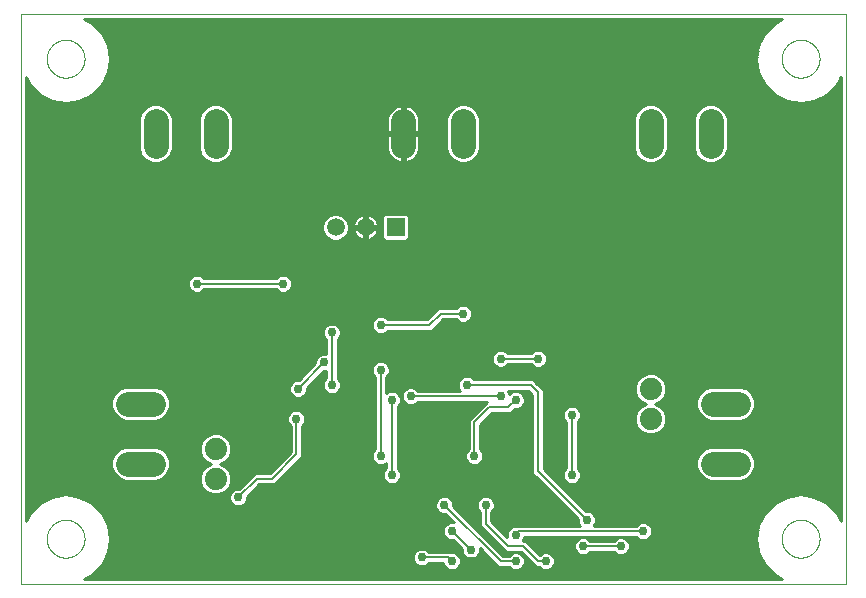
<source format=gbl>
G75*
%MOIN*%
%OFA0B0*%
%FSLAX25Y25*%
%IPPOS*%
%LPD*%
%AMOC8*
5,1,8,0,0,1.08239X$1,22.5*
%
%ADD10C,0.00000*%
%ADD11C,0.08250*%
%ADD12C,0.07400*%
%ADD13R,0.05906X0.05906*%
%ADD14C,0.05906*%
%ADD15C,0.01000*%
%ADD16C,0.02953*%
%ADD17C,0.00800*%
D10*
X0001600Y0003690D02*
X0001600Y0193690D01*
X0276600Y0193690D01*
X0276600Y0003690D01*
X0001600Y0003690D01*
X0010301Y0018690D02*
X0010303Y0018848D01*
X0010309Y0019006D01*
X0010319Y0019164D01*
X0010333Y0019322D01*
X0010351Y0019479D01*
X0010372Y0019636D01*
X0010398Y0019792D01*
X0010428Y0019948D01*
X0010461Y0020103D01*
X0010499Y0020256D01*
X0010540Y0020409D01*
X0010585Y0020561D01*
X0010634Y0020712D01*
X0010687Y0020861D01*
X0010743Y0021009D01*
X0010803Y0021155D01*
X0010867Y0021300D01*
X0010935Y0021443D01*
X0011006Y0021585D01*
X0011080Y0021725D01*
X0011158Y0021862D01*
X0011240Y0021998D01*
X0011324Y0022132D01*
X0011413Y0022263D01*
X0011504Y0022392D01*
X0011599Y0022519D01*
X0011696Y0022644D01*
X0011797Y0022766D01*
X0011901Y0022885D01*
X0012008Y0023002D01*
X0012118Y0023116D01*
X0012231Y0023227D01*
X0012346Y0023336D01*
X0012464Y0023441D01*
X0012585Y0023543D01*
X0012708Y0023643D01*
X0012834Y0023739D01*
X0012962Y0023832D01*
X0013092Y0023922D01*
X0013225Y0024008D01*
X0013360Y0024092D01*
X0013496Y0024171D01*
X0013635Y0024248D01*
X0013776Y0024320D01*
X0013918Y0024390D01*
X0014062Y0024455D01*
X0014208Y0024517D01*
X0014355Y0024575D01*
X0014504Y0024630D01*
X0014654Y0024681D01*
X0014805Y0024728D01*
X0014957Y0024771D01*
X0015110Y0024810D01*
X0015265Y0024846D01*
X0015420Y0024877D01*
X0015576Y0024905D01*
X0015732Y0024929D01*
X0015889Y0024949D01*
X0016047Y0024965D01*
X0016204Y0024977D01*
X0016363Y0024985D01*
X0016521Y0024989D01*
X0016679Y0024989D01*
X0016837Y0024985D01*
X0016996Y0024977D01*
X0017153Y0024965D01*
X0017311Y0024949D01*
X0017468Y0024929D01*
X0017624Y0024905D01*
X0017780Y0024877D01*
X0017935Y0024846D01*
X0018090Y0024810D01*
X0018243Y0024771D01*
X0018395Y0024728D01*
X0018546Y0024681D01*
X0018696Y0024630D01*
X0018845Y0024575D01*
X0018992Y0024517D01*
X0019138Y0024455D01*
X0019282Y0024390D01*
X0019424Y0024320D01*
X0019565Y0024248D01*
X0019704Y0024171D01*
X0019840Y0024092D01*
X0019975Y0024008D01*
X0020108Y0023922D01*
X0020238Y0023832D01*
X0020366Y0023739D01*
X0020492Y0023643D01*
X0020615Y0023543D01*
X0020736Y0023441D01*
X0020854Y0023336D01*
X0020969Y0023227D01*
X0021082Y0023116D01*
X0021192Y0023002D01*
X0021299Y0022885D01*
X0021403Y0022766D01*
X0021504Y0022644D01*
X0021601Y0022519D01*
X0021696Y0022392D01*
X0021787Y0022263D01*
X0021876Y0022132D01*
X0021960Y0021998D01*
X0022042Y0021862D01*
X0022120Y0021725D01*
X0022194Y0021585D01*
X0022265Y0021443D01*
X0022333Y0021300D01*
X0022397Y0021155D01*
X0022457Y0021009D01*
X0022513Y0020861D01*
X0022566Y0020712D01*
X0022615Y0020561D01*
X0022660Y0020409D01*
X0022701Y0020256D01*
X0022739Y0020103D01*
X0022772Y0019948D01*
X0022802Y0019792D01*
X0022828Y0019636D01*
X0022849Y0019479D01*
X0022867Y0019322D01*
X0022881Y0019164D01*
X0022891Y0019006D01*
X0022897Y0018848D01*
X0022899Y0018690D01*
X0022897Y0018532D01*
X0022891Y0018374D01*
X0022881Y0018216D01*
X0022867Y0018058D01*
X0022849Y0017901D01*
X0022828Y0017744D01*
X0022802Y0017588D01*
X0022772Y0017432D01*
X0022739Y0017277D01*
X0022701Y0017124D01*
X0022660Y0016971D01*
X0022615Y0016819D01*
X0022566Y0016668D01*
X0022513Y0016519D01*
X0022457Y0016371D01*
X0022397Y0016225D01*
X0022333Y0016080D01*
X0022265Y0015937D01*
X0022194Y0015795D01*
X0022120Y0015655D01*
X0022042Y0015518D01*
X0021960Y0015382D01*
X0021876Y0015248D01*
X0021787Y0015117D01*
X0021696Y0014988D01*
X0021601Y0014861D01*
X0021504Y0014736D01*
X0021403Y0014614D01*
X0021299Y0014495D01*
X0021192Y0014378D01*
X0021082Y0014264D01*
X0020969Y0014153D01*
X0020854Y0014044D01*
X0020736Y0013939D01*
X0020615Y0013837D01*
X0020492Y0013737D01*
X0020366Y0013641D01*
X0020238Y0013548D01*
X0020108Y0013458D01*
X0019975Y0013372D01*
X0019840Y0013288D01*
X0019704Y0013209D01*
X0019565Y0013132D01*
X0019424Y0013060D01*
X0019282Y0012990D01*
X0019138Y0012925D01*
X0018992Y0012863D01*
X0018845Y0012805D01*
X0018696Y0012750D01*
X0018546Y0012699D01*
X0018395Y0012652D01*
X0018243Y0012609D01*
X0018090Y0012570D01*
X0017935Y0012534D01*
X0017780Y0012503D01*
X0017624Y0012475D01*
X0017468Y0012451D01*
X0017311Y0012431D01*
X0017153Y0012415D01*
X0016996Y0012403D01*
X0016837Y0012395D01*
X0016679Y0012391D01*
X0016521Y0012391D01*
X0016363Y0012395D01*
X0016204Y0012403D01*
X0016047Y0012415D01*
X0015889Y0012431D01*
X0015732Y0012451D01*
X0015576Y0012475D01*
X0015420Y0012503D01*
X0015265Y0012534D01*
X0015110Y0012570D01*
X0014957Y0012609D01*
X0014805Y0012652D01*
X0014654Y0012699D01*
X0014504Y0012750D01*
X0014355Y0012805D01*
X0014208Y0012863D01*
X0014062Y0012925D01*
X0013918Y0012990D01*
X0013776Y0013060D01*
X0013635Y0013132D01*
X0013496Y0013209D01*
X0013360Y0013288D01*
X0013225Y0013372D01*
X0013092Y0013458D01*
X0012962Y0013548D01*
X0012834Y0013641D01*
X0012708Y0013737D01*
X0012585Y0013837D01*
X0012464Y0013939D01*
X0012346Y0014044D01*
X0012231Y0014153D01*
X0012118Y0014264D01*
X0012008Y0014378D01*
X0011901Y0014495D01*
X0011797Y0014614D01*
X0011696Y0014736D01*
X0011599Y0014861D01*
X0011504Y0014988D01*
X0011413Y0015117D01*
X0011324Y0015248D01*
X0011240Y0015382D01*
X0011158Y0015518D01*
X0011080Y0015655D01*
X0011006Y0015795D01*
X0010935Y0015937D01*
X0010867Y0016080D01*
X0010803Y0016225D01*
X0010743Y0016371D01*
X0010687Y0016519D01*
X0010634Y0016668D01*
X0010585Y0016819D01*
X0010540Y0016971D01*
X0010499Y0017124D01*
X0010461Y0017277D01*
X0010428Y0017432D01*
X0010398Y0017588D01*
X0010372Y0017744D01*
X0010351Y0017901D01*
X0010333Y0018058D01*
X0010319Y0018216D01*
X0010309Y0018374D01*
X0010303Y0018532D01*
X0010301Y0018690D01*
X0010301Y0178690D02*
X0010303Y0178848D01*
X0010309Y0179006D01*
X0010319Y0179164D01*
X0010333Y0179322D01*
X0010351Y0179479D01*
X0010372Y0179636D01*
X0010398Y0179792D01*
X0010428Y0179948D01*
X0010461Y0180103D01*
X0010499Y0180256D01*
X0010540Y0180409D01*
X0010585Y0180561D01*
X0010634Y0180712D01*
X0010687Y0180861D01*
X0010743Y0181009D01*
X0010803Y0181155D01*
X0010867Y0181300D01*
X0010935Y0181443D01*
X0011006Y0181585D01*
X0011080Y0181725D01*
X0011158Y0181862D01*
X0011240Y0181998D01*
X0011324Y0182132D01*
X0011413Y0182263D01*
X0011504Y0182392D01*
X0011599Y0182519D01*
X0011696Y0182644D01*
X0011797Y0182766D01*
X0011901Y0182885D01*
X0012008Y0183002D01*
X0012118Y0183116D01*
X0012231Y0183227D01*
X0012346Y0183336D01*
X0012464Y0183441D01*
X0012585Y0183543D01*
X0012708Y0183643D01*
X0012834Y0183739D01*
X0012962Y0183832D01*
X0013092Y0183922D01*
X0013225Y0184008D01*
X0013360Y0184092D01*
X0013496Y0184171D01*
X0013635Y0184248D01*
X0013776Y0184320D01*
X0013918Y0184390D01*
X0014062Y0184455D01*
X0014208Y0184517D01*
X0014355Y0184575D01*
X0014504Y0184630D01*
X0014654Y0184681D01*
X0014805Y0184728D01*
X0014957Y0184771D01*
X0015110Y0184810D01*
X0015265Y0184846D01*
X0015420Y0184877D01*
X0015576Y0184905D01*
X0015732Y0184929D01*
X0015889Y0184949D01*
X0016047Y0184965D01*
X0016204Y0184977D01*
X0016363Y0184985D01*
X0016521Y0184989D01*
X0016679Y0184989D01*
X0016837Y0184985D01*
X0016996Y0184977D01*
X0017153Y0184965D01*
X0017311Y0184949D01*
X0017468Y0184929D01*
X0017624Y0184905D01*
X0017780Y0184877D01*
X0017935Y0184846D01*
X0018090Y0184810D01*
X0018243Y0184771D01*
X0018395Y0184728D01*
X0018546Y0184681D01*
X0018696Y0184630D01*
X0018845Y0184575D01*
X0018992Y0184517D01*
X0019138Y0184455D01*
X0019282Y0184390D01*
X0019424Y0184320D01*
X0019565Y0184248D01*
X0019704Y0184171D01*
X0019840Y0184092D01*
X0019975Y0184008D01*
X0020108Y0183922D01*
X0020238Y0183832D01*
X0020366Y0183739D01*
X0020492Y0183643D01*
X0020615Y0183543D01*
X0020736Y0183441D01*
X0020854Y0183336D01*
X0020969Y0183227D01*
X0021082Y0183116D01*
X0021192Y0183002D01*
X0021299Y0182885D01*
X0021403Y0182766D01*
X0021504Y0182644D01*
X0021601Y0182519D01*
X0021696Y0182392D01*
X0021787Y0182263D01*
X0021876Y0182132D01*
X0021960Y0181998D01*
X0022042Y0181862D01*
X0022120Y0181725D01*
X0022194Y0181585D01*
X0022265Y0181443D01*
X0022333Y0181300D01*
X0022397Y0181155D01*
X0022457Y0181009D01*
X0022513Y0180861D01*
X0022566Y0180712D01*
X0022615Y0180561D01*
X0022660Y0180409D01*
X0022701Y0180256D01*
X0022739Y0180103D01*
X0022772Y0179948D01*
X0022802Y0179792D01*
X0022828Y0179636D01*
X0022849Y0179479D01*
X0022867Y0179322D01*
X0022881Y0179164D01*
X0022891Y0179006D01*
X0022897Y0178848D01*
X0022899Y0178690D01*
X0022897Y0178532D01*
X0022891Y0178374D01*
X0022881Y0178216D01*
X0022867Y0178058D01*
X0022849Y0177901D01*
X0022828Y0177744D01*
X0022802Y0177588D01*
X0022772Y0177432D01*
X0022739Y0177277D01*
X0022701Y0177124D01*
X0022660Y0176971D01*
X0022615Y0176819D01*
X0022566Y0176668D01*
X0022513Y0176519D01*
X0022457Y0176371D01*
X0022397Y0176225D01*
X0022333Y0176080D01*
X0022265Y0175937D01*
X0022194Y0175795D01*
X0022120Y0175655D01*
X0022042Y0175518D01*
X0021960Y0175382D01*
X0021876Y0175248D01*
X0021787Y0175117D01*
X0021696Y0174988D01*
X0021601Y0174861D01*
X0021504Y0174736D01*
X0021403Y0174614D01*
X0021299Y0174495D01*
X0021192Y0174378D01*
X0021082Y0174264D01*
X0020969Y0174153D01*
X0020854Y0174044D01*
X0020736Y0173939D01*
X0020615Y0173837D01*
X0020492Y0173737D01*
X0020366Y0173641D01*
X0020238Y0173548D01*
X0020108Y0173458D01*
X0019975Y0173372D01*
X0019840Y0173288D01*
X0019704Y0173209D01*
X0019565Y0173132D01*
X0019424Y0173060D01*
X0019282Y0172990D01*
X0019138Y0172925D01*
X0018992Y0172863D01*
X0018845Y0172805D01*
X0018696Y0172750D01*
X0018546Y0172699D01*
X0018395Y0172652D01*
X0018243Y0172609D01*
X0018090Y0172570D01*
X0017935Y0172534D01*
X0017780Y0172503D01*
X0017624Y0172475D01*
X0017468Y0172451D01*
X0017311Y0172431D01*
X0017153Y0172415D01*
X0016996Y0172403D01*
X0016837Y0172395D01*
X0016679Y0172391D01*
X0016521Y0172391D01*
X0016363Y0172395D01*
X0016204Y0172403D01*
X0016047Y0172415D01*
X0015889Y0172431D01*
X0015732Y0172451D01*
X0015576Y0172475D01*
X0015420Y0172503D01*
X0015265Y0172534D01*
X0015110Y0172570D01*
X0014957Y0172609D01*
X0014805Y0172652D01*
X0014654Y0172699D01*
X0014504Y0172750D01*
X0014355Y0172805D01*
X0014208Y0172863D01*
X0014062Y0172925D01*
X0013918Y0172990D01*
X0013776Y0173060D01*
X0013635Y0173132D01*
X0013496Y0173209D01*
X0013360Y0173288D01*
X0013225Y0173372D01*
X0013092Y0173458D01*
X0012962Y0173548D01*
X0012834Y0173641D01*
X0012708Y0173737D01*
X0012585Y0173837D01*
X0012464Y0173939D01*
X0012346Y0174044D01*
X0012231Y0174153D01*
X0012118Y0174264D01*
X0012008Y0174378D01*
X0011901Y0174495D01*
X0011797Y0174614D01*
X0011696Y0174736D01*
X0011599Y0174861D01*
X0011504Y0174988D01*
X0011413Y0175117D01*
X0011324Y0175248D01*
X0011240Y0175382D01*
X0011158Y0175518D01*
X0011080Y0175655D01*
X0011006Y0175795D01*
X0010935Y0175937D01*
X0010867Y0176080D01*
X0010803Y0176225D01*
X0010743Y0176371D01*
X0010687Y0176519D01*
X0010634Y0176668D01*
X0010585Y0176819D01*
X0010540Y0176971D01*
X0010499Y0177124D01*
X0010461Y0177277D01*
X0010428Y0177432D01*
X0010398Y0177588D01*
X0010372Y0177744D01*
X0010351Y0177901D01*
X0010333Y0178058D01*
X0010319Y0178216D01*
X0010309Y0178374D01*
X0010303Y0178532D01*
X0010301Y0178690D01*
X0255301Y0178690D02*
X0255303Y0178848D01*
X0255309Y0179006D01*
X0255319Y0179164D01*
X0255333Y0179322D01*
X0255351Y0179479D01*
X0255372Y0179636D01*
X0255398Y0179792D01*
X0255428Y0179948D01*
X0255461Y0180103D01*
X0255499Y0180256D01*
X0255540Y0180409D01*
X0255585Y0180561D01*
X0255634Y0180712D01*
X0255687Y0180861D01*
X0255743Y0181009D01*
X0255803Y0181155D01*
X0255867Y0181300D01*
X0255935Y0181443D01*
X0256006Y0181585D01*
X0256080Y0181725D01*
X0256158Y0181862D01*
X0256240Y0181998D01*
X0256324Y0182132D01*
X0256413Y0182263D01*
X0256504Y0182392D01*
X0256599Y0182519D01*
X0256696Y0182644D01*
X0256797Y0182766D01*
X0256901Y0182885D01*
X0257008Y0183002D01*
X0257118Y0183116D01*
X0257231Y0183227D01*
X0257346Y0183336D01*
X0257464Y0183441D01*
X0257585Y0183543D01*
X0257708Y0183643D01*
X0257834Y0183739D01*
X0257962Y0183832D01*
X0258092Y0183922D01*
X0258225Y0184008D01*
X0258360Y0184092D01*
X0258496Y0184171D01*
X0258635Y0184248D01*
X0258776Y0184320D01*
X0258918Y0184390D01*
X0259062Y0184455D01*
X0259208Y0184517D01*
X0259355Y0184575D01*
X0259504Y0184630D01*
X0259654Y0184681D01*
X0259805Y0184728D01*
X0259957Y0184771D01*
X0260110Y0184810D01*
X0260265Y0184846D01*
X0260420Y0184877D01*
X0260576Y0184905D01*
X0260732Y0184929D01*
X0260889Y0184949D01*
X0261047Y0184965D01*
X0261204Y0184977D01*
X0261363Y0184985D01*
X0261521Y0184989D01*
X0261679Y0184989D01*
X0261837Y0184985D01*
X0261996Y0184977D01*
X0262153Y0184965D01*
X0262311Y0184949D01*
X0262468Y0184929D01*
X0262624Y0184905D01*
X0262780Y0184877D01*
X0262935Y0184846D01*
X0263090Y0184810D01*
X0263243Y0184771D01*
X0263395Y0184728D01*
X0263546Y0184681D01*
X0263696Y0184630D01*
X0263845Y0184575D01*
X0263992Y0184517D01*
X0264138Y0184455D01*
X0264282Y0184390D01*
X0264424Y0184320D01*
X0264565Y0184248D01*
X0264704Y0184171D01*
X0264840Y0184092D01*
X0264975Y0184008D01*
X0265108Y0183922D01*
X0265238Y0183832D01*
X0265366Y0183739D01*
X0265492Y0183643D01*
X0265615Y0183543D01*
X0265736Y0183441D01*
X0265854Y0183336D01*
X0265969Y0183227D01*
X0266082Y0183116D01*
X0266192Y0183002D01*
X0266299Y0182885D01*
X0266403Y0182766D01*
X0266504Y0182644D01*
X0266601Y0182519D01*
X0266696Y0182392D01*
X0266787Y0182263D01*
X0266876Y0182132D01*
X0266960Y0181998D01*
X0267042Y0181862D01*
X0267120Y0181725D01*
X0267194Y0181585D01*
X0267265Y0181443D01*
X0267333Y0181300D01*
X0267397Y0181155D01*
X0267457Y0181009D01*
X0267513Y0180861D01*
X0267566Y0180712D01*
X0267615Y0180561D01*
X0267660Y0180409D01*
X0267701Y0180256D01*
X0267739Y0180103D01*
X0267772Y0179948D01*
X0267802Y0179792D01*
X0267828Y0179636D01*
X0267849Y0179479D01*
X0267867Y0179322D01*
X0267881Y0179164D01*
X0267891Y0179006D01*
X0267897Y0178848D01*
X0267899Y0178690D01*
X0267897Y0178532D01*
X0267891Y0178374D01*
X0267881Y0178216D01*
X0267867Y0178058D01*
X0267849Y0177901D01*
X0267828Y0177744D01*
X0267802Y0177588D01*
X0267772Y0177432D01*
X0267739Y0177277D01*
X0267701Y0177124D01*
X0267660Y0176971D01*
X0267615Y0176819D01*
X0267566Y0176668D01*
X0267513Y0176519D01*
X0267457Y0176371D01*
X0267397Y0176225D01*
X0267333Y0176080D01*
X0267265Y0175937D01*
X0267194Y0175795D01*
X0267120Y0175655D01*
X0267042Y0175518D01*
X0266960Y0175382D01*
X0266876Y0175248D01*
X0266787Y0175117D01*
X0266696Y0174988D01*
X0266601Y0174861D01*
X0266504Y0174736D01*
X0266403Y0174614D01*
X0266299Y0174495D01*
X0266192Y0174378D01*
X0266082Y0174264D01*
X0265969Y0174153D01*
X0265854Y0174044D01*
X0265736Y0173939D01*
X0265615Y0173837D01*
X0265492Y0173737D01*
X0265366Y0173641D01*
X0265238Y0173548D01*
X0265108Y0173458D01*
X0264975Y0173372D01*
X0264840Y0173288D01*
X0264704Y0173209D01*
X0264565Y0173132D01*
X0264424Y0173060D01*
X0264282Y0172990D01*
X0264138Y0172925D01*
X0263992Y0172863D01*
X0263845Y0172805D01*
X0263696Y0172750D01*
X0263546Y0172699D01*
X0263395Y0172652D01*
X0263243Y0172609D01*
X0263090Y0172570D01*
X0262935Y0172534D01*
X0262780Y0172503D01*
X0262624Y0172475D01*
X0262468Y0172451D01*
X0262311Y0172431D01*
X0262153Y0172415D01*
X0261996Y0172403D01*
X0261837Y0172395D01*
X0261679Y0172391D01*
X0261521Y0172391D01*
X0261363Y0172395D01*
X0261204Y0172403D01*
X0261047Y0172415D01*
X0260889Y0172431D01*
X0260732Y0172451D01*
X0260576Y0172475D01*
X0260420Y0172503D01*
X0260265Y0172534D01*
X0260110Y0172570D01*
X0259957Y0172609D01*
X0259805Y0172652D01*
X0259654Y0172699D01*
X0259504Y0172750D01*
X0259355Y0172805D01*
X0259208Y0172863D01*
X0259062Y0172925D01*
X0258918Y0172990D01*
X0258776Y0173060D01*
X0258635Y0173132D01*
X0258496Y0173209D01*
X0258360Y0173288D01*
X0258225Y0173372D01*
X0258092Y0173458D01*
X0257962Y0173548D01*
X0257834Y0173641D01*
X0257708Y0173737D01*
X0257585Y0173837D01*
X0257464Y0173939D01*
X0257346Y0174044D01*
X0257231Y0174153D01*
X0257118Y0174264D01*
X0257008Y0174378D01*
X0256901Y0174495D01*
X0256797Y0174614D01*
X0256696Y0174736D01*
X0256599Y0174861D01*
X0256504Y0174988D01*
X0256413Y0175117D01*
X0256324Y0175248D01*
X0256240Y0175382D01*
X0256158Y0175518D01*
X0256080Y0175655D01*
X0256006Y0175795D01*
X0255935Y0175937D01*
X0255867Y0176080D01*
X0255803Y0176225D01*
X0255743Y0176371D01*
X0255687Y0176519D01*
X0255634Y0176668D01*
X0255585Y0176819D01*
X0255540Y0176971D01*
X0255499Y0177124D01*
X0255461Y0177277D01*
X0255428Y0177432D01*
X0255398Y0177588D01*
X0255372Y0177744D01*
X0255351Y0177901D01*
X0255333Y0178058D01*
X0255319Y0178216D01*
X0255309Y0178374D01*
X0255303Y0178532D01*
X0255301Y0178690D01*
X0255301Y0018690D02*
X0255303Y0018848D01*
X0255309Y0019006D01*
X0255319Y0019164D01*
X0255333Y0019322D01*
X0255351Y0019479D01*
X0255372Y0019636D01*
X0255398Y0019792D01*
X0255428Y0019948D01*
X0255461Y0020103D01*
X0255499Y0020256D01*
X0255540Y0020409D01*
X0255585Y0020561D01*
X0255634Y0020712D01*
X0255687Y0020861D01*
X0255743Y0021009D01*
X0255803Y0021155D01*
X0255867Y0021300D01*
X0255935Y0021443D01*
X0256006Y0021585D01*
X0256080Y0021725D01*
X0256158Y0021862D01*
X0256240Y0021998D01*
X0256324Y0022132D01*
X0256413Y0022263D01*
X0256504Y0022392D01*
X0256599Y0022519D01*
X0256696Y0022644D01*
X0256797Y0022766D01*
X0256901Y0022885D01*
X0257008Y0023002D01*
X0257118Y0023116D01*
X0257231Y0023227D01*
X0257346Y0023336D01*
X0257464Y0023441D01*
X0257585Y0023543D01*
X0257708Y0023643D01*
X0257834Y0023739D01*
X0257962Y0023832D01*
X0258092Y0023922D01*
X0258225Y0024008D01*
X0258360Y0024092D01*
X0258496Y0024171D01*
X0258635Y0024248D01*
X0258776Y0024320D01*
X0258918Y0024390D01*
X0259062Y0024455D01*
X0259208Y0024517D01*
X0259355Y0024575D01*
X0259504Y0024630D01*
X0259654Y0024681D01*
X0259805Y0024728D01*
X0259957Y0024771D01*
X0260110Y0024810D01*
X0260265Y0024846D01*
X0260420Y0024877D01*
X0260576Y0024905D01*
X0260732Y0024929D01*
X0260889Y0024949D01*
X0261047Y0024965D01*
X0261204Y0024977D01*
X0261363Y0024985D01*
X0261521Y0024989D01*
X0261679Y0024989D01*
X0261837Y0024985D01*
X0261996Y0024977D01*
X0262153Y0024965D01*
X0262311Y0024949D01*
X0262468Y0024929D01*
X0262624Y0024905D01*
X0262780Y0024877D01*
X0262935Y0024846D01*
X0263090Y0024810D01*
X0263243Y0024771D01*
X0263395Y0024728D01*
X0263546Y0024681D01*
X0263696Y0024630D01*
X0263845Y0024575D01*
X0263992Y0024517D01*
X0264138Y0024455D01*
X0264282Y0024390D01*
X0264424Y0024320D01*
X0264565Y0024248D01*
X0264704Y0024171D01*
X0264840Y0024092D01*
X0264975Y0024008D01*
X0265108Y0023922D01*
X0265238Y0023832D01*
X0265366Y0023739D01*
X0265492Y0023643D01*
X0265615Y0023543D01*
X0265736Y0023441D01*
X0265854Y0023336D01*
X0265969Y0023227D01*
X0266082Y0023116D01*
X0266192Y0023002D01*
X0266299Y0022885D01*
X0266403Y0022766D01*
X0266504Y0022644D01*
X0266601Y0022519D01*
X0266696Y0022392D01*
X0266787Y0022263D01*
X0266876Y0022132D01*
X0266960Y0021998D01*
X0267042Y0021862D01*
X0267120Y0021725D01*
X0267194Y0021585D01*
X0267265Y0021443D01*
X0267333Y0021300D01*
X0267397Y0021155D01*
X0267457Y0021009D01*
X0267513Y0020861D01*
X0267566Y0020712D01*
X0267615Y0020561D01*
X0267660Y0020409D01*
X0267701Y0020256D01*
X0267739Y0020103D01*
X0267772Y0019948D01*
X0267802Y0019792D01*
X0267828Y0019636D01*
X0267849Y0019479D01*
X0267867Y0019322D01*
X0267881Y0019164D01*
X0267891Y0019006D01*
X0267897Y0018848D01*
X0267899Y0018690D01*
X0267897Y0018532D01*
X0267891Y0018374D01*
X0267881Y0018216D01*
X0267867Y0018058D01*
X0267849Y0017901D01*
X0267828Y0017744D01*
X0267802Y0017588D01*
X0267772Y0017432D01*
X0267739Y0017277D01*
X0267701Y0017124D01*
X0267660Y0016971D01*
X0267615Y0016819D01*
X0267566Y0016668D01*
X0267513Y0016519D01*
X0267457Y0016371D01*
X0267397Y0016225D01*
X0267333Y0016080D01*
X0267265Y0015937D01*
X0267194Y0015795D01*
X0267120Y0015655D01*
X0267042Y0015518D01*
X0266960Y0015382D01*
X0266876Y0015248D01*
X0266787Y0015117D01*
X0266696Y0014988D01*
X0266601Y0014861D01*
X0266504Y0014736D01*
X0266403Y0014614D01*
X0266299Y0014495D01*
X0266192Y0014378D01*
X0266082Y0014264D01*
X0265969Y0014153D01*
X0265854Y0014044D01*
X0265736Y0013939D01*
X0265615Y0013837D01*
X0265492Y0013737D01*
X0265366Y0013641D01*
X0265238Y0013548D01*
X0265108Y0013458D01*
X0264975Y0013372D01*
X0264840Y0013288D01*
X0264704Y0013209D01*
X0264565Y0013132D01*
X0264424Y0013060D01*
X0264282Y0012990D01*
X0264138Y0012925D01*
X0263992Y0012863D01*
X0263845Y0012805D01*
X0263696Y0012750D01*
X0263546Y0012699D01*
X0263395Y0012652D01*
X0263243Y0012609D01*
X0263090Y0012570D01*
X0262935Y0012534D01*
X0262780Y0012503D01*
X0262624Y0012475D01*
X0262468Y0012451D01*
X0262311Y0012431D01*
X0262153Y0012415D01*
X0261996Y0012403D01*
X0261837Y0012395D01*
X0261679Y0012391D01*
X0261521Y0012391D01*
X0261363Y0012395D01*
X0261204Y0012403D01*
X0261047Y0012415D01*
X0260889Y0012431D01*
X0260732Y0012451D01*
X0260576Y0012475D01*
X0260420Y0012503D01*
X0260265Y0012534D01*
X0260110Y0012570D01*
X0259957Y0012609D01*
X0259805Y0012652D01*
X0259654Y0012699D01*
X0259504Y0012750D01*
X0259355Y0012805D01*
X0259208Y0012863D01*
X0259062Y0012925D01*
X0258918Y0012990D01*
X0258776Y0013060D01*
X0258635Y0013132D01*
X0258496Y0013209D01*
X0258360Y0013288D01*
X0258225Y0013372D01*
X0258092Y0013458D01*
X0257962Y0013548D01*
X0257834Y0013641D01*
X0257708Y0013737D01*
X0257585Y0013837D01*
X0257464Y0013939D01*
X0257346Y0014044D01*
X0257231Y0014153D01*
X0257118Y0014264D01*
X0257008Y0014378D01*
X0256901Y0014495D01*
X0256797Y0014614D01*
X0256696Y0014736D01*
X0256599Y0014861D01*
X0256504Y0014988D01*
X0256413Y0015117D01*
X0256324Y0015248D01*
X0256240Y0015382D01*
X0256158Y0015518D01*
X0256080Y0015655D01*
X0256006Y0015795D01*
X0255935Y0015937D01*
X0255867Y0016080D01*
X0255803Y0016225D01*
X0255743Y0016371D01*
X0255687Y0016519D01*
X0255634Y0016668D01*
X0255585Y0016819D01*
X0255540Y0016971D01*
X0255499Y0017124D01*
X0255461Y0017277D01*
X0255428Y0017432D01*
X0255398Y0017588D01*
X0255372Y0017744D01*
X0255351Y0017901D01*
X0255333Y0018058D01*
X0255319Y0018216D01*
X0255309Y0018374D01*
X0255303Y0018532D01*
X0255301Y0018690D01*
D11*
X0240725Y0043690D02*
X0232475Y0043690D01*
X0232475Y0063690D02*
X0240725Y0063690D01*
X0231600Y0149565D02*
X0231600Y0157815D01*
X0211600Y0157815D02*
X0211600Y0149565D01*
X0149100Y0149565D02*
X0149100Y0157815D01*
X0129100Y0157815D02*
X0129100Y0149565D01*
X0066600Y0149565D02*
X0066600Y0157815D01*
X0046600Y0157815D02*
X0046600Y0149565D01*
X0045725Y0063690D02*
X0037475Y0063690D01*
X0037475Y0043690D02*
X0045725Y0043690D01*
D12*
X0066600Y0038690D03*
X0066600Y0048690D03*
X0211600Y0058690D03*
X0211600Y0068690D03*
D13*
X0126600Y0122549D03*
D14*
X0116600Y0122549D03*
X0106600Y0122549D03*
D15*
X0111053Y0122513D02*
X0116116Y0122513D01*
X0116116Y0122064D02*
X0112384Y0122064D01*
X0112464Y0121556D01*
X0112670Y0120921D01*
X0112973Y0120326D01*
X0113366Y0119786D01*
X0113838Y0119314D01*
X0114378Y0118922D01*
X0114972Y0118619D01*
X0115607Y0118413D01*
X0116116Y0118332D01*
X0116116Y0122064D01*
X0117084Y0122064D01*
X0117084Y0118332D01*
X0117593Y0118413D01*
X0118228Y0118619D01*
X0118822Y0118922D01*
X0119362Y0119314D01*
X0119834Y0119786D01*
X0120227Y0120326D01*
X0120529Y0120921D01*
X0120736Y0121556D01*
X0120816Y0122064D01*
X0117084Y0122064D01*
X0117084Y0123033D01*
X0116116Y0123033D01*
X0116116Y0126765D01*
X0115607Y0126684D01*
X0114972Y0126478D01*
X0114378Y0126175D01*
X0113838Y0125783D01*
X0113366Y0125311D01*
X0112973Y0124771D01*
X0112670Y0124176D01*
X0112464Y0123541D01*
X0112384Y0123033D01*
X0116116Y0123033D01*
X0116116Y0122064D01*
X0116116Y0121515D02*
X0117084Y0121515D01*
X0117084Y0122513D02*
X0122147Y0122513D01*
X0122147Y0121515D02*
X0120722Y0121515D01*
X0120323Y0120516D02*
X0122147Y0120516D01*
X0122147Y0119518D02*
X0119566Y0119518D01*
X0117920Y0118519D02*
X0122603Y0118519D01*
X0123026Y0118096D02*
X0130174Y0118096D01*
X0131053Y0118974D01*
X0131053Y0126123D01*
X0130174Y0127001D01*
X0123026Y0127001D01*
X0122147Y0126123D01*
X0122147Y0118974D01*
X0123026Y0118096D01*
X0117084Y0118519D02*
X0116116Y0118519D01*
X0115280Y0118519D02*
X0108508Y0118519D01*
X0109122Y0118774D02*
X0110375Y0120026D01*
X0111053Y0121663D01*
X0111053Y0123434D01*
X0110375Y0125071D01*
X0109122Y0126323D01*
X0107486Y0127001D01*
X0105714Y0127001D01*
X0104078Y0126323D01*
X0102825Y0125071D01*
X0102147Y0123434D01*
X0102147Y0121663D01*
X0102825Y0120026D01*
X0104078Y0118774D01*
X0105714Y0118096D01*
X0107486Y0118096D01*
X0109122Y0118774D01*
X0109866Y0119518D02*
X0113634Y0119518D01*
X0112877Y0120516D02*
X0110578Y0120516D01*
X0110991Y0121515D02*
X0112478Y0121515D01*
X0112460Y0123512D02*
X0111021Y0123512D01*
X0110607Y0124510D02*
X0112841Y0124510D01*
X0113564Y0125509D02*
X0109937Y0125509D01*
X0108679Y0126507D02*
X0115062Y0126507D01*
X0116116Y0126507D02*
X0117084Y0126507D01*
X0117084Y0126765D02*
X0117593Y0126684D01*
X0118228Y0126478D01*
X0118822Y0126175D01*
X0119362Y0125783D01*
X0119834Y0125311D01*
X0120227Y0124771D01*
X0120529Y0124176D01*
X0120736Y0123541D01*
X0120816Y0123033D01*
X0117084Y0123033D01*
X0117084Y0126765D01*
X0118138Y0126507D02*
X0122532Y0126507D01*
X0122147Y0125509D02*
X0119636Y0125509D01*
X0120359Y0124510D02*
X0122147Y0124510D01*
X0122147Y0123512D02*
X0120740Y0123512D01*
X0117084Y0123512D02*
X0116116Y0123512D01*
X0116116Y0124510D02*
X0117084Y0124510D01*
X0117084Y0125509D02*
X0116116Y0125509D01*
X0116116Y0120516D02*
X0117084Y0120516D01*
X0117084Y0119518D02*
X0116116Y0119518D01*
X0104692Y0118519D02*
X0003281Y0118519D01*
X0003281Y0117521D02*
X0274919Y0117521D01*
X0274919Y0118519D02*
X0130597Y0118519D01*
X0131053Y0119518D02*
X0274919Y0119518D01*
X0274919Y0120516D02*
X0131053Y0120516D01*
X0131053Y0121515D02*
X0274919Y0121515D01*
X0274919Y0122513D02*
X0131053Y0122513D01*
X0131053Y0123512D02*
X0274919Y0123512D01*
X0274919Y0124510D02*
X0131053Y0124510D01*
X0131053Y0125509D02*
X0274919Y0125509D01*
X0274919Y0126507D02*
X0130668Y0126507D01*
X0129600Y0144165D02*
X0130367Y0144286D01*
X0131178Y0144549D01*
X0131937Y0144936D01*
X0132626Y0145437D01*
X0133228Y0146039D01*
X0133729Y0146729D01*
X0134116Y0147488D01*
X0134379Y0148298D01*
X0134512Y0149139D01*
X0134512Y0153190D01*
X0129600Y0153190D01*
X0129600Y0144165D01*
X0129600Y0144480D02*
X0128600Y0144480D01*
X0128600Y0144165D02*
X0128600Y0153190D01*
X0129600Y0153190D01*
X0129600Y0154190D01*
X0134512Y0154190D01*
X0134512Y0158241D01*
X0134379Y0159083D01*
X0134116Y0159893D01*
X0133729Y0160652D01*
X0133228Y0161341D01*
X0132626Y0161944D01*
X0131937Y0162444D01*
X0131178Y0162831D01*
X0130367Y0163094D01*
X0129600Y0163216D01*
X0129600Y0154190D01*
X0128600Y0154190D01*
X0128600Y0153190D01*
X0123688Y0153190D01*
X0123688Y0149139D01*
X0123821Y0148298D01*
X0124084Y0147488D01*
X0124471Y0146729D01*
X0124972Y0146039D01*
X0125574Y0145437D01*
X0126263Y0144936D01*
X0127022Y0144549D01*
X0127833Y0144286D01*
X0128600Y0144165D01*
X0128600Y0145479D02*
X0129600Y0145479D01*
X0129600Y0146477D02*
X0128600Y0146477D01*
X0128600Y0147476D02*
X0129600Y0147476D01*
X0129600Y0148474D02*
X0128600Y0148474D01*
X0128600Y0149473D02*
X0129600Y0149473D01*
X0129600Y0150471D02*
X0128600Y0150471D01*
X0128600Y0151470D02*
X0129600Y0151470D01*
X0129600Y0152468D02*
X0128600Y0152468D01*
X0128600Y0153467D02*
X0072225Y0153467D01*
X0072225Y0154465D02*
X0123688Y0154465D01*
X0123688Y0154190D02*
X0128600Y0154190D01*
X0128600Y0163216D01*
X0127833Y0163094D01*
X0127022Y0162831D01*
X0126263Y0162444D01*
X0125574Y0161944D01*
X0124972Y0161341D01*
X0124471Y0160652D01*
X0124084Y0159893D01*
X0123821Y0159083D01*
X0123688Y0158241D01*
X0123688Y0154190D01*
X0123688Y0155464D02*
X0072225Y0155464D01*
X0072225Y0156463D02*
X0123688Y0156463D01*
X0123688Y0157461D02*
X0072225Y0157461D01*
X0072225Y0158460D02*
X0123722Y0158460D01*
X0123943Y0159458D02*
X0072008Y0159458D01*
X0072225Y0158934D02*
X0071369Y0161002D01*
X0069786Y0162584D01*
X0067719Y0163440D01*
X0065481Y0163440D01*
X0063414Y0162584D01*
X0061831Y0161002D01*
X0060975Y0158934D01*
X0060975Y0148446D01*
X0061831Y0146379D01*
X0063414Y0144797D01*
X0065481Y0143940D01*
X0067719Y0143940D01*
X0069786Y0144797D01*
X0071369Y0146379D01*
X0072225Y0148446D01*
X0072225Y0158934D01*
X0071594Y0160457D02*
X0124371Y0160457D01*
X0125086Y0161455D02*
X0070915Y0161455D01*
X0069917Y0162454D02*
X0126281Y0162454D01*
X0128600Y0162454D02*
X0129600Y0162454D01*
X0129600Y0161455D02*
X0128600Y0161455D01*
X0128600Y0160457D02*
X0129600Y0160457D01*
X0129600Y0159458D02*
X0128600Y0159458D01*
X0128600Y0158460D02*
X0129600Y0158460D01*
X0129600Y0157461D02*
X0128600Y0157461D01*
X0128600Y0156463D02*
X0129600Y0156463D01*
X0129600Y0155464D02*
X0128600Y0155464D01*
X0128600Y0154465D02*
X0129600Y0154465D01*
X0129600Y0153467D02*
X0143475Y0153467D01*
X0143475Y0154465D02*
X0134512Y0154465D01*
X0134512Y0155464D02*
X0143475Y0155464D01*
X0143475Y0156463D02*
X0134512Y0156463D01*
X0134512Y0157461D02*
X0143475Y0157461D01*
X0143475Y0158460D02*
X0134478Y0158460D01*
X0134257Y0159458D02*
X0143692Y0159458D01*
X0143475Y0158934D02*
X0143475Y0148446D01*
X0144331Y0146379D01*
X0145914Y0144797D01*
X0147981Y0143940D01*
X0150219Y0143940D01*
X0152286Y0144797D01*
X0153869Y0146379D01*
X0154725Y0148446D01*
X0154725Y0158934D01*
X0153869Y0161002D01*
X0152286Y0162584D01*
X0150219Y0163440D01*
X0147981Y0163440D01*
X0145914Y0162584D01*
X0144331Y0161002D01*
X0143475Y0158934D01*
X0144106Y0160457D02*
X0133829Y0160457D01*
X0133114Y0161455D02*
X0144785Y0161455D01*
X0145783Y0162454D02*
X0131919Y0162454D01*
X0134512Y0152468D02*
X0143475Y0152468D01*
X0143475Y0151470D02*
X0134512Y0151470D01*
X0134512Y0150471D02*
X0143475Y0150471D01*
X0143475Y0149473D02*
X0134512Y0149473D01*
X0134407Y0148474D02*
X0143475Y0148474D01*
X0143877Y0147476D02*
X0134110Y0147476D01*
X0133547Y0146477D02*
X0144291Y0146477D01*
X0145231Y0145479D02*
X0132668Y0145479D01*
X0130965Y0144480D02*
X0146677Y0144480D01*
X0151523Y0144480D02*
X0209177Y0144480D01*
X0208414Y0144797D02*
X0210481Y0143940D01*
X0212719Y0143940D01*
X0214786Y0144797D01*
X0216369Y0146379D01*
X0217225Y0148446D01*
X0217225Y0158934D01*
X0216369Y0161002D01*
X0214786Y0162584D01*
X0212719Y0163440D01*
X0210481Y0163440D01*
X0208414Y0162584D01*
X0206831Y0161002D01*
X0205975Y0158934D01*
X0205975Y0148446D01*
X0206831Y0146379D01*
X0208414Y0144797D01*
X0207731Y0145479D02*
X0152969Y0145479D01*
X0153909Y0146477D02*
X0206791Y0146477D01*
X0206377Y0147476D02*
X0154323Y0147476D01*
X0154725Y0148474D02*
X0205975Y0148474D01*
X0205975Y0149473D02*
X0154725Y0149473D01*
X0154725Y0150471D02*
X0205975Y0150471D01*
X0205975Y0151470D02*
X0154725Y0151470D01*
X0154725Y0152468D02*
X0205975Y0152468D01*
X0205975Y0153467D02*
X0154725Y0153467D01*
X0154725Y0154465D02*
X0205975Y0154465D01*
X0205975Y0155464D02*
X0154725Y0155464D01*
X0154725Y0156463D02*
X0205975Y0156463D01*
X0205975Y0157461D02*
X0154725Y0157461D01*
X0154725Y0158460D02*
X0205975Y0158460D01*
X0206192Y0159458D02*
X0154508Y0159458D01*
X0154094Y0160457D02*
X0206606Y0160457D01*
X0207285Y0161455D02*
X0153415Y0161455D01*
X0152417Y0162454D02*
X0208283Y0162454D01*
X0214917Y0162454D02*
X0228283Y0162454D01*
X0228414Y0162584D02*
X0226831Y0161002D01*
X0225975Y0158934D01*
X0225975Y0148446D01*
X0226831Y0146379D01*
X0228414Y0144797D01*
X0230481Y0143940D01*
X0232719Y0143940D01*
X0234786Y0144797D01*
X0236369Y0146379D01*
X0237225Y0148446D01*
X0237225Y0158934D01*
X0236369Y0161002D01*
X0234786Y0162584D01*
X0232719Y0163440D01*
X0230481Y0163440D01*
X0228414Y0162584D01*
X0227285Y0161455D02*
X0215915Y0161455D01*
X0216594Y0160457D02*
X0226606Y0160457D01*
X0226192Y0159458D02*
X0217008Y0159458D01*
X0217225Y0158460D02*
X0225975Y0158460D01*
X0225975Y0157461D02*
X0217225Y0157461D01*
X0217225Y0156463D02*
X0225975Y0156463D01*
X0225975Y0155464D02*
X0217225Y0155464D01*
X0217225Y0154465D02*
X0225975Y0154465D01*
X0225975Y0153467D02*
X0217225Y0153467D01*
X0217225Y0152468D02*
X0225975Y0152468D01*
X0225975Y0151470D02*
X0217225Y0151470D01*
X0217225Y0150471D02*
X0225975Y0150471D01*
X0225975Y0149473D02*
X0217225Y0149473D01*
X0217225Y0148474D02*
X0225975Y0148474D01*
X0226377Y0147476D02*
X0216823Y0147476D01*
X0216409Y0146477D02*
X0226791Y0146477D01*
X0227731Y0145479D02*
X0215469Y0145479D01*
X0214023Y0144480D02*
X0229177Y0144480D01*
X0234023Y0144480D02*
X0274919Y0144480D01*
X0274919Y0143482D02*
X0003281Y0143482D01*
X0003281Y0144480D02*
X0044177Y0144480D01*
X0043414Y0144797D02*
X0045481Y0143940D01*
X0047719Y0143940D01*
X0049786Y0144797D01*
X0051369Y0146379D01*
X0052225Y0148446D01*
X0052225Y0158934D01*
X0051369Y0161002D01*
X0049786Y0162584D01*
X0047719Y0163440D01*
X0045481Y0163440D01*
X0043414Y0162584D01*
X0041831Y0161002D01*
X0040975Y0158934D01*
X0040975Y0148446D01*
X0041831Y0146379D01*
X0043414Y0144797D01*
X0042731Y0145479D02*
X0003281Y0145479D01*
X0003281Y0146477D02*
X0041791Y0146477D01*
X0041377Y0147476D02*
X0003281Y0147476D01*
X0003281Y0148474D02*
X0040975Y0148474D01*
X0040975Y0149473D02*
X0003281Y0149473D01*
X0003281Y0150471D02*
X0040975Y0150471D01*
X0040975Y0151470D02*
X0003281Y0151470D01*
X0003281Y0152468D02*
X0040975Y0152468D01*
X0040975Y0153467D02*
X0003281Y0153467D01*
X0003281Y0154465D02*
X0040975Y0154465D01*
X0040975Y0155464D02*
X0003281Y0155464D01*
X0003281Y0156463D02*
X0040975Y0156463D01*
X0040975Y0157461D02*
X0003281Y0157461D01*
X0003281Y0158460D02*
X0040975Y0158460D01*
X0041192Y0159458D02*
X0003281Y0159458D01*
X0003281Y0160457D02*
X0041606Y0160457D01*
X0042285Y0161455D02*
X0003281Y0161455D01*
X0003281Y0162454D02*
X0043283Y0162454D01*
X0049917Y0162454D02*
X0063283Y0162454D01*
X0062285Y0161455D02*
X0050915Y0161455D01*
X0051594Y0160457D02*
X0061606Y0160457D01*
X0061192Y0159458D02*
X0052008Y0159458D01*
X0052225Y0158460D02*
X0060975Y0158460D01*
X0060975Y0157461D02*
X0052225Y0157461D01*
X0052225Y0156463D02*
X0060975Y0156463D01*
X0060975Y0155464D02*
X0052225Y0155464D01*
X0052225Y0154465D02*
X0060975Y0154465D01*
X0060975Y0153467D02*
X0052225Y0153467D01*
X0052225Y0152468D02*
X0060975Y0152468D01*
X0060975Y0151470D02*
X0052225Y0151470D01*
X0052225Y0150471D02*
X0060975Y0150471D01*
X0060975Y0149473D02*
X0052225Y0149473D01*
X0052225Y0148474D02*
X0060975Y0148474D01*
X0061377Y0147476D02*
X0051823Y0147476D01*
X0051409Y0146477D02*
X0061791Y0146477D01*
X0062731Y0145479D02*
X0050469Y0145479D01*
X0049023Y0144480D02*
X0064177Y0144480D01*
X0069023Y0144480D02*
X0127235Y0144480D01*
X0125532Y0145479D02*
X0070469Y0145479D01*
X0071409Y0146477D02*
X0124653Y0146477D01*
X0124090Y0147476D02*
X0071823Y0147476D01*
X0072225Y0148474D02*
X0123793Y0148474D01*
X0123688Y0149473D02*
X0072225Y0149473D01*
X0072225Y0150471D02*
X0123688Y0150471D01*
X0123688Y0151470D02*
X0072225Y0151470D01*
X0072225Y0152468D02*
X0123688Y0152468D01*
X0104521Y0126507D02*
X0003281Y0126507D01*
X0003281Y0125509D02*
X0103263Y0125509D01*
X0102593Y0124510D02*
X0003281Y0124510D01*
X0003281Y0123512D02*
X0102179Y0123512D01*
X0102147Y0122513D02*
X0003281Y0122513D01*
X0003281Y0121515D02*
X0102209Y0121515D01*
X0102622Y0120516D02*
X0003281Y0120516D01*
X0003281Y0119518D02*
X0103334Y0119518D01*
X0090786Y0106214D02*
X0089692Y0106667D01*
X0088508Y0106667D01*
X0087414Y0106214D01*
X0086791Y0105590D01*
X0062659Y0105590D01*
X0062036Y0106214D01*
X0060942Y0106667D01*
X0059758Y0106667D01*
X0058664Y0106214D01*
X0057827Y0105376D01*
X0057374Y0104282D01*
X0057374Y0103098D01*
X0057827Y0102004D01*
X0058664Y0101167D01*
X0059758Y0100714D01*
X0060942Y0100714D01*
X0062036Y0101167D01*
X0062659Y0101790D01*
X0086791Y0101790D01*
X0087414Y0101167D01*
X0088508Y0100714D01*
X0089692Y0100714D01*
X0090786Y0101167D01*
X0091623Y0102004D01*
X0092076Y0103098D01*
X0092076Y0104282D01*
X0091623Y0105376D01*
X0090786Y0106214D01*
X0090005Y0106537D02*
X0274919Y0106537D01*
X0274919Y0107535D02*
X0003281Y0107535D01*
X0003281Y0106537D02*
X0059445Y0106537D01*
X0057989Y0105538D02*
X0003281Y0105538D01*
X0003281Y0104540D02*
X0057480Y0104540D01*
X0057374Y0103541D02*
X0003281Y0103541D01*
X0003281Y0102543D02*
X0057604Y0102543D01*
X0058287Y0101544D02*
X0003281Y0101544D01*
X0003281Y0100546D02*
X0274919Y0100546D01*
X0274919Y0101544D02*
X0091163Y0101544D01*
X0091846Y0102543D02*
X0274919Y0102543D01*
X0274919Y0103541D02*
X0092076Y0103541D01*
X0091970Y0104540D02*
X0274919Y0104540D01*
X0274919Y0105538D02*
X0091461Y0105538D01*
X0088195Y0106537D02*
X0061255Y0106537D01*
X0062413Y0101544D02*
X0087037Y0101544D01*
X0102827Y0089126D02*
X0102374Y0088032D01*
X0102374Y0086848D01*
X0102827Y0085754D01*
X0103450Y0085131D01*
X0103450Y0080413D01*
X0103442Y0080417D01*
X0102258Y0080417D01*
X0101164Y0079964D01*
X0100327Y0079126D01*
X0099874Y0078032D01*
X0099874Y0077151D01*
X0094389Y0071667D01*
X0093508Y0071667D01*
X0092414Y0071214D01*
X0091577Y0070376D01*
X0091124Y0069282D01*
X0091124Y0068098D01*
X0091577Y0067004D01*
X0092414Y0066167D01*
X0093508Y0065714D01*
X0094692Y0065714D01*
X0095786Y0066167D01*
X0096623Y0067004D01*
X0097076Y0068098D01*
X0097076Y0068980D01*
X0102561Y0074464D01*
X0103442Y0074464D01*
X0103450Y0074467D01*
X0103450Y0072250D01*
X0102827Y0071626D01*
X0102374Y0070532D01*
X0102374Y0069348D01*
X0102827Y0068254D01*
X0103664Y0067417D01*
X0104758Y0066964D01*
X0105942Y0066964D01*
X0107036Y0067417D01*
X0107873Y0068254D01*
X0108326Y0069348D01*
X0108326Y0070532D01*
X0107873Y0071626D01*
X0107250Y0072250D01*
X0107250Y0085131D01*
X0107873Y0085754D01*
X0108326Y0086848D01*
X0108326Y0088032D01*
X0107873Y0089126D01*
X0107036Y0089964D01*
X0105942Y0090417D01*
X0104758Y0090417D01*
X0103664Y0089964D01*
X0102827Y0089126D01*
X0102594Y0088564D02*
X0003281Y0088564D01*
X0003281Y0089562D02*
X0103263Y0089562D01*
X0102374Y0087565D02*
X0003281Y0087565D01*
X0003281Y0086567D02*
X0102490Y0086567D01*
X0103013Y0085568D02*
X0003281Y0085568D01*
X0003281Y0084570D02*
X0103450Y0084570D01*
X0103450Y0083571D02*
X0003281Y0083571D01*
X0003281Y0082573D02*
X0103450Y0082573D01*
X0103450Y0081574D02*
X0003281Y0081574D01*
X0003281Y0080576D02*
X0103450Y0080576D01*
X0100778Y0079577D02*
X0003281Y0079577D01*
X0003281Y0078579D02*
X0100100Y0078579D01*
X0099874Y0077580D02*
X0003281Y0077580D01*
X0003281Y0076582D02*
X0099304Y0076582D01*
X0098306Y0075583D02*
X0003281Y0075583D01*
X0003281Y0074585D02*
X0097307Y0074585D01*
X0096309Y0073586D02*
X0003281Y0073586D01*
X0003281Y0072588D02*
X0095310Y0072588D01*
X0093321Y0071589D02*
X0003281Y0071589D01*
X0003281Y0070591D02*
X0091791Y0070591D01*
X0091252Y0069592D02*
X0003281Y0069592D01*
X0003281Y0068594D02*
X0034614Y0068594D01*
X0034289Y0068459D02*
X0032706Y0066877D01*
X0031850Y0064809D01*
X0031850Y0062571D01*
X0032706Y0060504D01*
X0034289Y0058922D01*
X0036356Y0058065D01*
X0046844Y0058065D01*
X0048911Y0058922D01*
X0050494Y0060504D01*
X0051350Y0062571D01*
X0051350Y0064809D01*
X0050494Y0066877D01*
X0048911Y0068459D01*
X0046844Y0069315D01*
X0036356Y0069315D01*
X0034289Y0068459D01*
X0033425Y0067595D02*
X0003281Y0067595D01*
X0003281Y0066596D02*
X0032590Y0066596D01*
X0032177Y0065598D02*
X0003281Y0065598D01*
X0003281Y0064599D02*
X0031850Y0064599D01*
X0031850Y0063601D02*
X0003281Y0063601D01*
X0003281Y0062602D02*
X0031850Y0062602D01*
X0032251Y0061604D02*
X0003281Y0061604D01*
X0003281Y0060605D02*
X0032664Y0060605D01*
X0033603Y0059607D02*
X0003281Y0059607D01*
X0003281Y0058608D02*
X0035045Y0058608D01*
X0036356Y0049315D02*
X0034289Y0048459D01*
X0032706Y0046877D01*
X0031850Y0044809D01*
X0031850Y0042571D01*
X0032706Y0040504D01*
X0034289Y0038922D01*
X0036356Y0038065D01*
X0046844Y0038065D01*
X0048911Y0038922D01*
X0050494Y0040504D01*
X0051350Y0042571D01*
X0051350Y0044809D01*
X0050494Y0046877D01*
X0048911Y0048459D01*
X0046844Y0049315D01*
X0036356Y0049315D01*
X0034686Y0048623D02*
X0003281Y0048623D01*
X0003281Y0047625D02*
X0033455Y0047625D01*
X0032603Y0046626D02*
X0003281Y0046626D01*
X0003281Y0045628D02*
X0032189Y0045628D01*
X0031850Y0044629D02*
X0003281Y0044629D01*
X0003281Y0043631D02*
X0031850Y0043631D01*
X0031850Y0042632D02*
X0003281Y0042632D01*
X0003281Y0041634D02*
X0032238Y0041634D01*
X0032652Y0040635D02*
X0003281Y0040635D01*
X0003281Y0039637D02*
X0033574Y0039637D01*
X0034973Y0038638D02*
X0003281Y0038638D01*
X0003281Y0037640D02*
X0061407Y0037640D01*
X0061400Y0037656D02*
X0062192Y0035745D01*
X0063654Y0034282D01*
X0065566Y0033490D01*
X0067634Y0033490D01*
X0069546Y0034282D01*
X0071008Y0035745D01*
X0071800Y0037656D01*
X0071800Y0039725D01*
X0071008Y0041636D01*
X0069546Y0043099D01*
X0068117Y0043690D01*
X0069546Y0044282D01*
X0071008Y0045745D01*
X0071800Y0047656D01*
X0071800Y0049725D01*
X0071008Y0051636D01*
X0069546Y0053099D01*
X0067634Y0053890D01*
X0065566Y0053890D01*
X0063654Y0053099D01*
X0062192Y0051636D01*
X0061400Y0049725D01*
X0061400Y0047656D01*
X0062192Y0045745D01*
X0063654Y0044282D01*
X0065083Y0043690D01*
X0063654Y0043099D01*
X0062192Y0041636D01*
X0061400Y0039725D01*
X0061400Y0037656D01*
X0061400Y0038638D02*
X0048227Y0038638D01*
X0049626Y0039637D02*
X0061400Y0039637D01*
X0061777Y0040635D02*
X0050548Y0040635D01*
X0050962Y0041634D02*
X0062191Y0041634D01*
X0063188Y0042632D02*
X0051350Y0042632D01*
X0051350Y0043631D02*
X0064939Y0043631D01*
X0063307Y0044629D02*
X0051350Y0044629D01*
X0051011Y0045628D02*
X0062309Y0045628D01*
X0061826Y0046626D02*
X0050597Y0046626D01*
X0049745Y0047625D02*
X0061413Y0047625D01*
X0061400Y0048623D02*
X0048514Y0048623D01*
X0061400Y0049622D02*
X0003281Y0049622D01*
X0003281Y0050620D02*
X0061771Y0050620D01*
X0062185Y0051619D02*
X0003281Y0051619D01*
X0003281Y0052617D02*
X0063173Y0052617D01*
X0064903Y0053616D02*
X0003281Y0053616D01*
X0003281Y0054614D02*
X0091575Y0054614D01*
X0091575Y0053616D02*
X0068297Y0053616D01*
X0070027Y0052617D02*
X0091575Y0052617D01*
X0091575Y0051619D02*
X0071015Y0051619D01*
X0071429Y0050620D02*
X0091575Y0050620D01*
X0091575Y0049622D02*
X0071800Y0049622D01*
X0071800Y0048623D02*
X0091575Y0048623D01*
X0091575Y0047625D02*
X0071787Y0047625D01*
X0071373Y0046626D02*
X0090599Y0046626D01*
X0091575Y0047602D02*
X0084563Y0040590D01*
X0079563Y0040590D01*
X0074389Y0035417D01*
X0073508Y0035417D01*
X0072414Y0034964D01*
X0071577Y0034126D01*
X0071124Y0033032D01*
X0071124Y0031848D01*
X0071577Y0030754D01*
X0072414Y0029917D01*
X0073508Y0029464D01*
X0074692Y0029464D01*
X0075786Y0029917D01*
X0076623Y0030754D01*
X0077076Y0031848D01*
X0077076Y0032730D01*
X0081137Y0036790D01*
X0086137Y0036790D01*
X0087250Y0037903D01*
X0095375Y0046028D01*
X0095375Y0056381D01*
X0095998Y0057004D01*
X0096451Y0058098D01*
X0096451Y0059282D01*
X0095998Y0060376D01*
X0095161Y0061214D01*
X0094067Y0061667D01*
X0092883Y0061667D01*
X0091789Y0061214D01*
X0090952Y0060376D01*
X0090499Y0059282D01*
X0090499Y0058098D01*
X0090952Y0057004D01*
X0091575Y0056381D01*
X0091575Y0047602D01*
X0089600Y0045628D02*
X0070891Y0045628D01*
X0069893Y0044629D02*
X0088602Y0044629D01*
X0087603Y0043631D02*
X0068261Y0043631D01*
X0070012Y0042632D02*
X0086605Y0042632D01*
X0085606Y0041634D02*
X0071009Y0041634D01*
X0071423Y0040635D02*
X0084608Y0040635D01*
X0086986Y0037640D02*
X0123441Y0037640D01*
X0123664Y0037417D02*
X0124758Y0036964D01*
X0125942Y0036964D01*
X0127036Y0037417D01*
X0127873Y0038254D01*
X0128326Y0039348D01*
X0128326Y0040532D01*
X0127873Y0041626D01*
X0127250Y0042250D01*
X0127250Y0062631D01*
X0127873Y0063254D01*
X0128326Y0064348D01*
X0128326Y0065532D01*
X0127873Y0066626D01*
X0127036Y0067464D01*
X0125942Y0067917D01*
X0124758Y0067917D01*
X0123664Y0067464D01*
X0123500Y0067299D01*
X0123500Y0072631D01*
X0124123Y0073254D01*
X0124576Y0074348D01*
X0124576Y0075532D01*
X0124123Y0076626D01*
X0123286Y0077464D01*
X0122192Y0077917D01*
X0121008Y0077917D01*
X0119914Y0077464D01*
X0119077Y0076626D01*
X0118624Y0075532D01*
X0118624Y0074348D01*
X0119077Y0073254D01*
X0119700Y0072631D01*
X0119700Y0048500D01*
X0119077Y0047876D01*
X0118624Y0046782D01*
X0118624Y0045598D01*
X0119077Y0044504D01*
X0119914Y0043667D01*
X0121008Y0043214D01*
X0122192Y0043214D01*
X0123286Y0043667D01*
X0123450Y0043831D01*
X0123450Y0042250D01*
X0122827Y0041626D01*
X0122374Y0040532D01*
X0122374Y0039348D01*
X0122827Y0038254D01*
X0123664Y0037417D01*
X0122668Y0038638D02*
X0087985Y0038638D01*
X0088983Y0039637D02*
X0122374Y0039637D01*
X0122416Y0040635D02*
X0089982Y0040635D01*
X0090980Y0041634D02*
X0122834Y0041634D01*
X0123450Y0042632D02*
X0091979Y0042632D01*
X0092977Y0043631D02*
X0120002Y0043631D01*
X0119025Y0044629D02*
X0093976Y0044629D01*
X0094974Y0045628D02*
X0118624Y0045628D01*
X0118624Y0046626D02*
X0095375Y0046626D01*
X0095375Y0047625D02*
X0118973Y0047625D01*
X0119700Y0048623D02*
X0095375Y0048623D01*
X0095375Y0049622D02*
X0119700Y0049622D01*
X0119700Y0050620D02*
X0095375Y0050620D01*
X0095375Y0051619D02*
X0119700Y0051619D01*
X0119700Y0052617D02*
X0095375Y0052617D01*
X0095375Y0053616D02*
X0119700Y0053616D01*
X0119700Y0054614D02*
X0095375Y0054614D01*
X0095375Y0055613D02*
X0119700Y0055613D01*
X0119700Y0056611D02*
X0095605Y0056611D01*
X0096249Y0057610D02*
X0119700Y0057610D01*
X0119700Y0058608D02*
X0096451Y0058608D01*
X0096317Y0059607D02*
X0119700Y0059607D01*
X0119700Y0060605D02*
X0095769Y0060605D01*
X0094218Y0061604D02*
X0119700Y0061604D01*
X0119700Y0062602D02*
X0051350Y0062602D01*
X0051350Y0063601D02*
X0119700Y0063601D01*
X0119700Y0064599D02*
X0051350Y0064599D01*
X0051023Y0065598D02*
X0119700Y0065598D01*
X0119700Y0066596D02*
X0096215Y0066596D01*
X0096868Y0067595D02*
X0103486Y0067595D01*
X0102686Y0068594D02*
X0097076Y0068594D01*
X0097689Y0069592D02*
X0102374Y0069592D01*
X0102398Y0070591D02*
X0098687Y0070591D01*
X0099686Y0071589D02*
X0102811Y0071589D01*
X0103450Y0072588D02*
X0100684Y0072588D01*
X0101683Y0073586D02*
X0103450Y0073586D01*
X0107250Y0073586D02*
X0118939Y0073586D01*
X0118624Y0074585D02*
X0107250Y0074585D01*
X0107250Y0075583D02*
X0118645Y0075583D01*
X0119058Y0076582D02*
X0107250Y0076582D01*
X0107250Y0077580D02*
X0120196Y0077580D01*
X0123004Y0077580D02*
X0158838Y0077580D01*
X0158624Y0078098D02*
X0159077Y0077004D01*
X0159914Y0076167D01*
X0161008Y0075714D01*
X0162192Y0075714D01*
X0163286Y0076167D01*
X0163909Y0076790D01*
X0171791Y0076790D01*
X0172414Y0076167D01*
X0173508Y0075714D01*
X0174692Y0075714D01*
X0175786Y0076167D01*
X0176623Y0077004D01*
X0177076Y0078098D01*
X0177076Y0079282D01*
X0176623Y0080376D01*
X0175786Y0081214D01*
X0174692Y0081667D01*
X0173508Y0081667D01*
X0172414Y0081214D01*
X0171791Y0080590D01*
X0163909Y0080590D01*
X0163286Y0081214D01*
X0162192Y0081667D01*
X0161008Y0081667D01*
X0159914Y0081214D01*
X0159077Y0080376D01*
X0158624Y0079282D01*
X0158624Y0078098D01*
X0158624Y0078579D02*
X0107250Y0078579D01*
X0107250Y0079577D02*
X0158746Y0079577D01*
X0159276Y0080576D02*
X0107250Y0080576D01*
X0107250Y0081574D02*
X0160785Y0081574D01*
X0162415Y0081574D02*
X0173285Y0081574D01*
X0174915Y0081574D02*
X0274919Y0081574D01*
X0274919Y0080576D02*
X0176424Y0080576D01*
X0176954Y0079577D02*
X0274919Y0079577D01*
X0274919Y0078579D02*
X0177076Y0078579D01*
X0176862Y0077580D02*
X0274919Y0077580D01*
X0274919Y0076582D02*
X0176201Y0076582D01*
X0171999Y0076582D02*
X0163701Y0076582D01*
X0159499Y0076582D02*
X0124142Y0076582D01*
X0124555Y0075583D02*
X0274919Y0075583D01*
X0274919Y0074585D02*
X0124576Y0074585D01*
X0124261Y0073586D02*
X0209831Y0073586D01*
X0210566Y0073890D02*
X0208654Y0073099D01*
X0207192Y0071636D01*
X0206400Y0069725D01*
X0206400Y0067656D01*
X0207192Y0065745D01*
X0208654Y0064282D01*
X0210083Y0063690D01*
X0208654Y0063099D01*
X0207192Y0061636D01*
X0206400Y0059725D01*
X0206400Y0057656D01*
X0207192Y0055745D01*
X0208654Y0054282D01*
X0210566Y0053490D01*
X0212634Y0053490D01*
X0214546Y0054282D01*
X0216008Y0055745D01*
X0216800Y0057656D01*
X0216800Y0059725D01*
X0216008Y0061636D01*
X0214546Y0063099D01*
X0213117Y0063690D01*
X0214546Y0064282D01*
X0216008Y0065745D01*
X0216800Y0067656D01*
X0216800Y0069725D01*
X0216008Y0071636D01*
X0214546Y0073099D01*
X0212634Y0073890D01*
X0210566Y0073890D01*
X0208143Y0072588D02*
X0151737Y0072588D01*
X0152036Y0072464D02*
X0150942Y0072917D01*
X0149758Y0072917D01*
X0148664Y0072464D01*
X0147827Y0071626D01*
X0147374Y0070532D01*
X0147374Y0069348D01*
X0147827Y0068254D01*
X0147991Y0068090D01*
X0133909Y0068090D01*
X0133286Y0068714D01*
X0132192Y0069167D01*
X0131008Y0069167D01*
X0129914Y0068714D01*
X0129077Y0067876D01*
X0128624Y0066782D01*
X0128624Y0065598D01*
X0128299Y0065598D01*
X0128624Y0065598D02*
X0129077Y0064504D01*
X0129914Y0063667D01*
X0131008Y0063214D01*
X0132192Y0063214D01*
X0133286Y0063667D01*
X0133909Y0064290D01*
X0157013Y0064290D01*
X0155950Y0063227D01*
X0152063Y0059340D01*
X0150950Y0058227D01*
X0150950Y0048500D01*
X0150327Y0047876D01*
X0149874Y0046782D01*
X0149874Y0045598D01*
X0150327Y0044504D01*
X0151164Y0043667D01*
X0152258Y0043214D01*
X0153442Y0043214D01*
X0154536Y0043667D01*
X0155373Y0044504D01*
X0155826Y0045598D01*
X0155826Y0046782D01*
X0155373Y0047876D01*
X0154750Y0048500D01*
X0154750Y0056653D01*
X0158637Y0060540D01*
X0164887Y0060540D01*
X0166311Y0061964D01*
X0167192Y0061964D01*
X0168286Y0062417D01*
X0169123Y0063254D01*
X0169576Y0064348D01*
X0169576Y0065532D01*
X0169123Y0066626D01*
X0168286Y0067464D01*
X0167192Y0067917D01*
X0166008Y0067917D01*
X0164914Y0067464D01*
X0164476Y0067025D01*
X0164123Y0067876D01*
X0163959Y0068040D01*
X0170813Y0068040D01*
X0172200Y0066653D01*
X0172200Y0040403D01*
X0173313Y0039290D01*
X0187374Y0025230D01*
X0187374Y0024348D01*
X0187827Y0023254D01*
X0187991Y0023090D01*
X0167063Y0023090D01*
X0166889Y0022917D01*
X0166008Y0022917D01*
X0164914Y0022464D01*
X0164077Y0021626D01*
X0163624Y0020532D01*
X0163624Y0019354D01*
X0158500Y0024477D01*
X0158500Y0027631D01*
X0159123Y0028254D01*
X0159576Y0029348D01*
X0159576Y0030532D01*
X0159123Y0031626D01*
X0158286Y0032464D01*
X0157192Y0032917D01*
X0156008Y0032917D01*
X0154914Y0032464D01*
X0154077Y0031626D01*
X0153624Y0030532D01*
X0153624Y0029348D01*
X0154077Y0028254D01*
X0154700Y0027631D01*
X0154700Y0022903D01*
X0163313Y0014290D01*
X0168313Y0014290D01*
X0173313Y0009290D01*
X0174291Y0009290D01*
X0174914Y0008667D01*
X0176008Y0008214D01*
X0177192Y0008214D01*
X0178286Y0008667D01*
X0179123Y0009504D01*
X0179576Y0010598D01*
X0179576Y0011782D01*
X0179123Y0012876D01*
X0178286Y0013714D01*
X0177192Y0014167D01*
X0176008Y0014167D01*
X0174914Y0013714D01*
X0174589Y0013388D01*
X0171000Y0016977D01*
X0169887Y0018090D01*
X0168959Y0018090D01*
X0169123Y0018254D01*
X0169552Y0019290D01*
X0206791Y0019290D01*
X0207414Y0018667D01*
X0208508Y0018214D01*
X0209692Y0018214D01*
X0210786Y0018667D01*
X0211623Y0019504D01*
X0212076Y0020598D01*
X0212076Y0021782D01*
X0211623Y0022876D01*
X0210786Y0023714D01*
X0209692Y0024167D01*
X0208508Y0024167D01*
X0207414Y0023714D01*
X0206791Y0023090D01*
X0192709Y0023090D01*
X0192873Y0023254D01*
X0193326Y0024348D01*
X0193326Y0025532D01*
X0192873Y0026626D01*
X0192036Y0027464D01*
X0190942Y0027917D01*
X0190061Y0027917D01*
X0176000Y0041977D01*
X0176000Y0068227D01*
X0173500Y0070727D01*
X0172387Y0071840D01*
X0152659Y0071840D01*
X0152036Y0072464D01*
X0148963Y0072588D02*
X0123500Y0072588D01*
X0123500Y0071589D02*
X0147811Y0071589D01*
X0147398Y0070591D02*
X0123500Y0070591D01*
X0123500Y0069592D02*
X0147374Y0069592D01*
X0147686Y0068594D02*
X0133406Y0068594D01*
X0129794Y0068594D02*
X0123500Y0068594D01*
X0123500Y0067595D02*
X0123981Y0067595D01*
X0126719Y0067595D02*
X0128960Y0067595D01*
X0128624Y0066596D02*
X0127886Y0066596D01*
X0128326Y0064599D02*
X0129037Y0064599D01*
X0128017Y0063601D02*
X0130074Y0063601D01*
X0127250Y0062602D02*
X0155325Y0062602D01*
X0155950Y0063227D02*
X0155950Y0063227D01*
X0156324Y0063601D02*
X0133126Y0063601D01*
X0127250Y0061604D02*
X0154327Y0061604D01*
X0153328Y0060605D02*
X0127250Y0060605D01*
X0127250Y0059607D02*
X0152330Y0059607D01*
X0152063Y0059340D02*
X0152063Y0059340D01*
X0151331Y0058608D02*
X0127250Y0058608D01*
X0127250Y0057610D02*
X0150950Y0057610D01*
X0150950Y0056611D02*
X0127250Y0056611D01*
X0127250Y0055613D02*
X0150950Y0055613D01*
X0150950Y0054614D02*
X0127250Y0054614D01*
X0127250Y0053616D02*
X0150950Y0053616D01*
X0150950Y0052617D02*
X0127250Y0052617D01*
X0127250Y0051619D02*
X0150950Y0051619D01*
X0150950Y0050620D02*
X0127250Y0050620D01*
X0127250Y0049622D02*
X0150950Y0049622D01*
X0150950Y0048623D02*
X0127250Y0048623D01*
X0127250Y0047625D02*
X0150223Y0047625D01*
X0149874Y0046626D02*
X0127250Y0046626D01*
X0127250Y0045628D02*
X0149874Y0045628D01*
X0150275Y0044629D02*
X0127250Y0044629D01*
X0127250Y0043631D02*
X0151252Y0043631D01*
X0154448Y0043631D02*
X0172200Y0043631D01*
X0172200Y0044629D02*
X0155425Y0044629D01*
X0155826Y0045628D02*
X0172200Y0045628D01*
X0172200Y0046626D02*
X0155826Y0046626D01*
X0155477Y0047625D02*
X0172200Y0047625D01*
X0172200Y0048623D02*
X0154750Y0048623D01*
X0154750Y0049622D02*
X0172200Y0049622D01*
X0172200Y0050620D02*
X0154750Y0050620D01*
X0154750Y0051619D02*
X0172200Y0051619D01*
X0172200Y0052617D02*
X0154750Y0052617D01*
X0154750Y0053616D02*
X0172200Y0053616D01*
X0172200Y0054614D02*
X0154750Y0054614D01*
X0154750Y0055613D02*
X0172200Y0055613D01*
X0172200Y0056611D02*
X0154750Y0056611D01*
X0155707Y0057610D02*
X0172200Y0057610D01*
X0172200Y0058608D02*
X0156705Y0058608D01*
X0157704Y0059607D02*
X0172200Y0059607D01*
X0172200Y0060605D02*
X0164952Y0060605D01*
X0165951Y0061604D02*
X0172200Y0061604D01*
X0172200Y0062602D02*
X0168471Y0062602D01*
X0169267Y0063601D02*
X0172200Y0063601D01*
X0172200Y0064599D02*
X0169576Y0064599D01*
X0169549Y0065598D02*
X0172200Y0065598D01*
X0172200Y0066596D02*
X0169136Y0066596D01*
X0167969Y0067595D02*
X0171258Y0067595D01*
X0174635Y0069592D02*
X0206400Y0069592D01*
X0206400Y0068594D02*
X0175634Y0068594D01*
X0176000Y0067595D02*
X0206425Y0067595D01*
X0206839Y0066596D02*
X0176000Y0066596D01*
X0176000Y0065598D02*
X0207338Y0065598D01*
X0208337Y0064599D02*
X0176000Y0064599D01*
X0176000Y0063601D02*
X0209867Y0063601D01*
X0208158Y0062602D02*
X0186701Y0062602D01*
X0187036Y0062464D02*
X0185942Y0062917D01*
X0184758Y0062917D01*
X0183664Y0062464D01*
X0182827Y0061626D01*
X0182374Y0060532D01*
X0182374Y0059348D01*
X0182827Y0058254D01*
X0183450Y0057631D01*
X0183450Y0042250D01*
X0182827Y0041626D01*
X0182374Y0040532D01*
X0182374Y0039348D01*
X0182827Y0038254D01*
X0183664Y0037417D01*
X0184758Y0036964D01*
X0185942Y0036964D01*
X0187036Y0037417D01*
X0187873Y0038254D01*
X0188326Y0039348D01*
X0188326Y0040532D01*
X0187873Y0041626D01*
X0187250Y0042250D01*
X0187250Y0057631D01*
X0187873Y0058254D01*
X0188326Y0059348D01*
X0188326Y0060532D01*
X0187873Y0061626D01*
X0187036Y0062464D01*
X0187882Y0061604D02*
X0207178Y0061604D01*
X0206765Y0060605D02*
X0188296Y0060605D01*
X0188326Y0059607D02*
X0206400Y0059607D01*
X0206400Y0058608D02*
X0188020Y0058608D01*
X0187250Y0057610D02*
X0206419Y0057610D01*
X0206833Y0056611D02*
X0187250Y0056611D01*
X0187250Y0055613D02*
X0207323Y0055613D01*
X0208322Y0054614D02*
X0187250Y0054614D01*
X0187250Y0053616D02*
X0210262Y0053616D01*
X0212937Y0053616D02*
X0274919Y0053616D01*
X0274919Y0054614D02*
X0214878Y0054614D01*
X0215877Y0055613D02*
X0274919Y0055613D01*
X0274919Y0056611D02*
X0216367Y0056611D01*
X0216781Y0057610D02*
X0274919Y0057610D01*
X0274919Y0058608D02*
X0243155Y0058608D01*
X0243911Y0058922D02*
X0245494Y0060504D01*
X0246350Y0062571D01*
X0246350Y0064809D01*
X0245494Y0066877D01*
X0243911Y0068459D01*
X0241844Y0069315D01*
X0231356Y0069315D01*
X0229289Y0068459D01*
X0227706Y0066877D01*
X0226850Y0064809D01*
X0226850Y0062571D01*
X0227706Y0060504D01*
X0229289Y0058922D01*
X0231356Y0058065D01*
X0241844Y0058065D01*
X0243911Y0058922D01*
X0244597Y0059607D02*
X0274919Y0059607D01*
X0274919Y0060605D02*
X0245536Y0060605D01*
X0245949Y0061604D02*
X0274919Y0061604D01*
X0274919Y0062602D02*
X0246350Y0062602D01*
X0246350Y0063601D02*
X0274919Y0063601D01*
X0274919Y0064599D02*
X0246350Y0064599D01*
X0246023Y0065598D02*
X0274919Y0065598D01*
X0274919Y0066596D02*
X0245610Y0066596D01*
X0244775Y0067595D02*
X0274919Y0067595D01*
X0274919Y0068594D02*
X0243586Y0068594D01*
X0229614Y0068594D02*
X0216800Y0068594D01*
X0216800Y0069592D02*
X0274919Y0069592D01*
X0274919Y0070591D02*
X0216441Y0070591D01*
X0216028Y0071589D02*
X0274919Y0071589D01*
X0274919Y0072588D02*
X0215057Y0072588D01*
X0213369Y0073586D02*
X0274919Y0073586D01*
X0274919Y0082573D02*
X0107250Y0082573D01*
X0107250Y0083571D02*
X0274919Y0083571D01*
X0274919Y0084570D02*
X0107250Y0084570D01*
X0107687Y0085568D02*
X0274919Y0085568D01*
X0274919Y0086567D02*
X0108210Y0086567D01*
X0108326Y0087565D02*
X0119766Y0087565D01*
X0119914Y0087417D02*
X0121008Y0086964D01*
X0122192Y0086964D01*
X0123286Y0087417D01*
X0123909Y0088040D01*
X0138637Y0088040D01*
X0142387Y0091790D01*
X0146791Y0091790D01*
X0147414Y0091167D01*
X0148508Y0090714D01*
X0149692Y0090714D01*
X0150786Y0091167D01*
X0151623Y0092004D01*
X0152076Y0093098D01*
X0152076Y0094282D01*
X0151623Y0095376D01*
X0150786Y0096214D01*
X0149692Y0096667D01*
X0148508Y0096667D01*
X0147414Y0096214D01*
X0146791Y0095590D01*
X0140813Y0095590D01*
X0139700Y0094477D01*
X0137063Y0091840D01*
X0123909Y0091840D01*
X0123286Y0092464D01*
X0122192Y0092917D01*
X0121008Y0092917D01*
X0119914Y0092464D01*
X0119077Y0091626D01*
X0118624Y0090532D01*
X0118624Y0089348D01*
X0119077Y0088254D01*
X0119914Y0087417D01*
X0118949Y0088564D02*
X0108106Y0088564D01*
X0107437Y0089562D02*
X0118624Y0089562D01*
X0118635Y0090561D02*
X0003281Y0090561D01*
X0003281Y0091559D02*
X0119049Y0091559D01*
X0120142Y0092558D02*
X0003281Y0092558D01*
X0003281Y0093556D02*
X0138779Y0093556D01*
X0137781Y0092558D02*
X0123058Y0092558D01*
X0123434Y0087565D02*
X0274919Y0087565D01*
X0274919Y0088564D02*
X0139160Y0088564D01*
X0140159Y0089562D02*
X0274919Y0089562D01*
X0274919Y0090561D02*
X0141157Y0090561D01*
X0142156Y0091559D02*
X0147022Y0091559D01*
X0151178Y0091559D02*
X0274919Y0091559D01*
X0274919Y0092558D02*
X0151852Y0092558D01*
X0152076Y0093556D02*
X0274919Y0093556D01*
X0274919Y0094555D02*
X0151963Y0094555D01*
X0151446Y0095553D02*
X0274919Y0095553D01*
X0274919Y0096552D02*
X0149969Y0096552D01*
X0148231Y0096552D02*
X0003281Y0096552D01*
X0003281Y0097550D02*
X0274919Y0097550D01*
X0274919Y0098549D02*
X0003281Y0098549D01*
X0003281Y0099547D02*
X0274919Y0099547D01*
X0274919Y0108534D02*
X0003281Y0108534D01*
X0003281Y0109532D02*
X0274919Y0109532D01*
X0274919Y0110531D02*
X0003281Y0110531D01*
X0003281Y0111530D02*
X0274919Y0111530D01*
X0274919Y0112528D02*
X0003281Y0112528D01*
X0003281Y0113527D02*
X0274919Y0113527D01*
X0274919Y0114525D02*
X0003281Y0114525D01*
X0003281Y0115524D02*
X0274919Y0115524D01*
X0274919Y0116522D02*
X0003281Y0116522D01*
X0003281Y0127506D02*
X0274919Y0127506D01*
X0274919Y0128504D02*
X0003281Y0128504D01*
X0003281Y0129503D02*
X0274919Y0129503D01*
X0274919Y0130501D02*
X0003281Y0130501D01*
X0003281Y0131500D02*
X0274919Y0131500D01*
X0274919Y0132498D02*
X0003281Y0132498D01*
X0003281Y0133497D02*
X0274919Y0133497D01*
X0274919Y0134495D02*
X0003281Y0134495D01*
X0003281Y0135494D02*
X0274919Y0135494D01*
X0274919Y0136492D02*
X0003281Y0136492D01*
X0003281Y0137491D02*
X0274919Y0137491D01*
X0274919Y0138489D02*
X0003281Y0138489D01*
X0003281Y0139488D02*
X0274919Y0139488D01*
X0274919Y0140486D02*
X0003281Y0140486D01*
X0003281Y0141485D02*
X0274919Y0141485D01*
X0274919Y0142483D02*
X0003281Y0142483D01*
X0003281Y0163452D02*
X0274919Y0163452D01*
X0274919Y0162454D02*
X0234917Y0162454D01*
X0235915Y0161455D02*
X0274919Y0161455D01*
X0274919Y0160457D02*
X0236594Y0160457D01*
X0237008Y0159458D02*
X0274919Y0159458D01*
X0274919Y0158460D02*
X0237225Y0158460D01*
X0237225Y0157461D02*
X0274919Y0157461D01*
X0274919Y0156463D02*
X0237225Y0156463D01*
X0237225Y0155464D02*
X0274919Y0155464D01*
X0274919Y0154465D02*
X0237225Y0154465D01*
X0237225Y0153467D02*
X0274919Y0153467D01*
X0274919Y0152468D02*
X0237225Y0152468D01*
X0237225Y0151470D02*
X0274919Y0151470D01*
X0274919Y0150471D02*
X0237225Y0150471D01*
X0237225Y0149473D02*
X0274919Y0149473D01*
X0274919Y0148474D02*
X0237225Y0148474D01*
X0236823Y0147476D02*
X0274919Y0147476D01*
X0274919Y0146477D02*
X0236409Y0146477D01*
X0235469Y0145479D02*
X0274919Y0145479D01*
X0266173Y0164615D02*
X0261600Y0163890D01*
X0261600Y0163890D01*
X0257027Y0164615D01*
X0257027Y0164615D01*
X0252901Y0166717D01*
X0252901Y0166717D01*
X0249627Y0169991D01*
X0249627Y0169991D01*
X0247524Y0174117D01*
X0247524Y0174117D01*
X0246800Y0178690D01*
X0246800Y0178690D01*
X0247524Y0183264D01*
X0247524Y0183264D01*
X0249627Y0187389D01*
X0249627Y0187389D01*
X0252901Y0190664D01*
X0252901Y0190664D01*
X0255541Y0192009D01*
X0022659Y0192009D01*
X0025299Y0190664D01*
X0025299Y0190664D01*
X0028573Y0187389D01*
X0028573Y0187389D01*
X0030676Y0183264D01*
X0030676Y0183264D01*
X0031400Y0178690D01*
X0030676Y0174117D01*
X0030676Y0174117D01*
X0028573Y0169991D01*
X0028573Y0169991D01*
X0025299Y0166717D01*
X0025299Y0166717D01*
X0021173Y0164615D01*
X0021173Y0164615D01*
X0016600Y0163890D01*
X0016600Y0163890D01*
X0012027Y0164615D01*
X0007901Y0166717D01*
X0004627Y0169991D01*
X0004627Y0169991D01*
X0003281Y0172632D01*
X0003281Y0024749D01*
X0004627Y0027389D01*
X0004627Y0027389D01*
X0007901Y0030664D01*
X0007901Y0030664D01*
X0012027Y0032766D01*
X0012027Y0032766D01*
X0016600Y0033490D01*
X0016600Y0033490D01*
X0021173Y0032766D01*
X0021173Y0032766D01*
X0025299Y0030664D01*
X0025299Y0030664D01*
X0028573Y0027389D01*
X0028573Y0027389D01*
X0030676Y0023264D01*
X0030676Y0023264D01*
X0031400Y0018690D01*
X0030676Y0014117D01*
X0028573Y0009991D01*
X0028573Y0009991D01*
X0025299Y0006717D01*
X0025299Y0006717D01*
X0022659Y0005371D01*
X0255541Y0005371D01*
X0252901Y0006717D01*
X0252901Y0006717D01*
X0249627Y0009991D01*
X0249627Y0009991D01*
X0247524Y0014117D01*
X0246800Y0018690D01*
X0247524Y0023264D01*
X0249627Y0027389D01*
X0252901Y0030664D01*
X0252901Y0030664D01*
X0257027Y0032766D01*
X0257027Y0032766D01*
X0261600Y0033490D01*
X0261600Y0033490D01*
X0266173Y0032766D01*
X0266173Y0032766D01*
X0270299Y0030664D01*
X0270299Y0030664D01*
X0273573Y0027389D01*
X0273573Y0027389D01*
X0274919Y0024749D01*
X0274919Y0172632D01*
X0273573Y0169991D01*
X0273573Y0169991D01*
X0270299Y0166717D01*
X0270299Y0166717D01*
X0266173Y0164615D01*
X0266173Y0164615D01*
X0265138Y0164451D02*
X0274919Y0164451D01*
X0274919Y0165449D02*
X0267811Y0165449D01*
X0269771Y0166448D02*
X0274919Y0166448D01*
X0274919Y0167446D02*
X0271029Y0167446D01*
X0272027Y0168445D02*
X0274919Y0168445D01*
X0274919Y0169443D02*
X0273026Y0169443D01*
X0273803Y0170442D02*
X0274919Y0170442D01*
X0274919Y0171440D02*
X0274312Y0171440D01*
X0274821Y0172439D02*
X0274919Y0172439D01*
X0258062Y0164451D02*
X0020138Y0164451D01*
X0022811Y0165449D02*
X0255389Y0165449D01*
X0253429Y0166448D02*
X0024771Y0166448D01*
X0026029Y0167446D02*
X0252171Y0167446D01*
X0251173Y0168445D02*
X0027027Y0168445D01*
X0028026Y0169443D02*
X0250174Y0169443D01*
X0249397Y0170442D02*
X0028803Y0170442D01*
X0029312Y0171440D02*
X0248888Y0171440D01*
X0248379Y0172439D02*
X0029821Y0172439D01*
X0030329Y0173437D02*
X0247871Y0173437D01*
X0247474Y0174436D02*
X0030726Y0174436D01*
X0030884Y0175434D02*
X0247316Y0175434D01*
X0247158Y0176433D02*
X0031042Y0176433D01*
X0031201Y0177431D02*
X0246999Y0177431D01*
X0246841Y0178430D02*
X0031359Y0178430D01*
X0031283Y0179428D02*
X0246917Y0179428D01*
X0247075Y0180427D02*
X0031125Y0180427D01*
X0030967Y0181425D02*
X0247233Y0181425D01*
X0247391Y0182424D02*
X0030809Y0182424D01*
X0030595Y0183422D02*
X0247605Y0183422D01*
X0248114Y0184421D02*
X0030086Y0184421D01*
X0029577Y0185419D02*
X0248623Y0185419D01*
X0249131Y0186418D02*
X0029069Y0186418D01*
X0028547Y0187416D02*
X0249653Y0187416D01*
X0250652Y0188415D02*
X0027548Y0188415D01*
X0026550Y0189413D02*
X0251650Y0189413D01*
X0252649Y0190412D02*
X0025551Y0190412D01*
X0023834Y0191410D02*
X0254366Y0191410D01*
X0140776Y0095553D02*
X0003281Y0095553D01*
X0003281Y0094555D02*
X0139778Y0094555D01*
X0119700Y0072588D02*
X0107250Y0072588D01*
X0107889Y0071589D02*
X0119700Y0071589D01*
X0119700Y0070591D02*
X0108302Y0070591D01*
X0108326Y0069592D02*
X0119700Y0069592D01*
X0119700Y0068594D02*
X0108014Y0068594D01*
X0107214Y0067595D02*
X0119700Y0067595D01*
X0092732Y0061604D02*
X0050949Y0061604D01*
X0050536Y0060605D02*
X0091181Y0060605D01*
X0090633Y0059607D02*
X0049597Y0059607D01*
X0048155Y0058608D02*
X0090499Y0058608D01*
X0090701Y0057610D02*
X0003281Y0057610D01*
X0003281Y0056611D02*
X0091345Y0056611D01*
X0091575Y0055613D02*
X0003281Y0055613D01*
X0003281Y0036641D02*
X0061820Y0036641D01*
X0062294Y0035643D02*
X0003281Y0035643D01*
X0003281Y0034644D02*
X0063292Y0034644D01*
X0065191Y0033646D02*
X0003281Y0033646D01*
X0003281Y0032647D02*
X0011793Y0032647D01*
X0009834Y0031649D02*
X0003281Y0031649D01*
X0003281Y0030650D02*
X0007887Y0030650D01*
X0006889Y0029652D02*
X0003281Y0029652D01*
X0003281Y0028653D02*
X0005890Y0028653D01*
X0004892Y0027655D02*
X0003281Y0027655D01*
X0003281Y0026656D02*
X0004253Y0026656D01*
X0003744Y0025658D02*
X0003281Y0025658D01*
X0021407Y0032647D02*
X0071124Y0032647D01*
X0071206Y0031649D02*
X0023366Y0031649D01*
X0025313Y0030650D02*
X0071681Y0030650D01*
X0073055Y0029652D02*
X0026311Y0029652D01*
X0027310Y0028653D02*
X0140162Y0028653D01*
X0140327Y0028254D02*
X0141164Y0027417D01*
X0142258Y0026964D01*
X0143139Y0026964D01*
X0145937Y0024167D01*
X0144758Y0024167D01*
X0143664Y0023714D01*
X0142827Y0022876D01*
X0142374Y0021782D01*
X0142374Y0020598D01*
X0142827Y0019504D01*
X0143664Y0018667D01*
X0144758Y0018214D01*
X0145639Y0018214D01*
X0148624Y0015230D01*
X0148624Y0014348D01*
X0149077Y0013254D01*
X0149914Y0012417D01*
X0151008Y0011964D01*
X0152192Y0011964D01*
X0153286Y0012417D01*
X0154123Y0013254D01*
X0154576Y0014348D01*
X0154576Y0015527D01*
X0160813Y0009290D01*
X0164291Y0009290D01*
X0164914Y0008667D01*
X0166008Y0008214D01*
X0167192Y0008214D01*
X0168286Y0008667D01*
X0169123Y0009504D01*
X0169576Y0010598D01*
X0169576Y0011782D01*
X0169123Y0012876D01*
X0168286Y0013714D01*
X0167192Y0014167D01*
X0166008Y0014167D01*
X0164914Y0013714D01*
X0164291Y0013090D01*
X0162387Y0013090D01*
X0145826Y0029651D01*
X0145826Y0030532D01*
X0145373Y0031626D01*
X0144536Y0032464D01*
X0143442Y0032917D01*
X0142258Y0032917D01*
X0141164Y0032464D01*
X0140327Y0031626D01*
X0139874Y0030532D01*
X0139874Y0029348D01*
X0140327Y0028254D01*
X0140926Y0027655D02*
X0028308Y0027655D01*
X0028947Y0026656D02*
X0143447Y0026656D01*
X0144446Y0025658D02*
X0029456Y0025658D01*
X0029965Y0024659D02*
X0145444Y0024659D01*
X0143611Y0023661D02*
X0030473Y0023661D01*
X0030771Y0022662D02*
X0142738Y0022662D01*
X0142374Y0021663D02*
X0030929Y0021663D01*
X0031087Y0020665D02*
X0142374Y0020665D01*
X0142760Y0019666D02*
X0031245Y0019666D01*
X0031396Y0018668D02*
X0143663Y0018668D01*
X0146184Y0017669D02*
X0031238Y0017669D01*
X0031080Y0016671D02*
X0147182Y0016671D01*
X0148181Y0015672D02*
X0030922Y0015672D01*
X0030764Y0014674D02*
X0133374Y0014674D01*
X0133664Y0014964D02*
X0132827Y0014126D01*
X0132374Y0013032D01*
X0132374Y0011848D01*
X0132827Y0010754D01*
X0133664Y0009917D01*
X0134758Y0009464D01*
X0135942Y0009464D01*
X0137036Y0009917D01*
X0137659Y0010540D01*
X0142398Y0010540D01*
X0142827Y0009504D01*
X0143664Y0008667D01*
X0144758Y0008214D01*
X0145942Y0008214D01*
X0147036Y0008667D01*
X0147873Y0009504D01*
X0148326Y0010598D01*
X0148326Y0011782D01*
X0147873Y0012876D01*
X0147036Y0013714D01*
X0145942Y0014167D01*
X0145061Y0014167D01*
X0144887Y0014340D01*
X0137659Y0014340D01*
X0137036Y0014964D01*
X0135942Y0015417D01*
X0134758Y0015417D01*
X0133664Y0014964D01*
X0132640Y0013675D02*
X0030451Y0013675D01*
X0030676Y0014117D02*
X0030676Y0014117D01*
X0029942Y0012677D02*
X0132374Y0012677D01*
X0132444Y0011678D02*
X0029433Y0011678D01*
X0028924Y0010680D02*
X0132901Y0010680D01*
X0134233Y0009681D02*
X0028264Y0009681D01*
X0027265Y0008683D02*
X0143648Y0008683D01*
X0142753Y0009681D02*
X0136467Y0009681D01*
X0137326Y0014674D02*
X0148624Y0014674D01*
X0148902Y0013675D02*
X0147074Y0013675D01*
X0147956Y0012677D02*
X0149654Y0012677D01*
X0148326Y0011678D02*
X0158425Y0011678D01*
X0159423Y0010680D02*
X0148326Y0010680D01*
X0147947Y0009681D02*
X0160422Y0009681D01*
X0157426Y0012677D02*
X0153546Y0012677D01*
X0154298Y0013675D02*
X0156428Y0013675D01*
X0155429Y0014674D02*
X0154576Y0014674D01*
X0157808Y0017669D02*
X0159934Y0017669D01*
X0160932Y0016671D02*
X0158806Y0016671D01*
X0159805Y0015672D02*
X0161931Y0015672D01*
X0162929Y0014674D02*
X0160803Y0014674D01*
X0161802Y0013675D02*
X0164876Y0013675D01*
X0168324Y0013675D02*
X0168928Y0013675D01*
X0169206Y0012677D02*
X0169926Y0012677D01*
X0169576Y0011678D02*
X0170925Y0011678D01*
X0171923Y0010680D02*
X0169576Y0010680D01*
X0169197Y0009681D02*
X0172922Y0009681D01*
X0174898Y0008683D02*
X0168302Y0008683D01*
X0164898Y0008683D02*
X0147052Y0008683D01*
X0156809Y0018668D02*
X0158935Y0018668D01*
X0157937Y0019666D02*
X0155811Y0019666D01*
X0154812Y0020665D02*
X0156938Y0020665D01*
X0155940Y0021663D02*
X0153814Y0021663D01*
X0152815Y0022662D02*
X0154941Y0022662D01*
X0154700Y0023661D02*
X0151817Y0023661D01*
X0150818Y0024659D02*
X0154700Y0024659D01*
X0154700Y0025658D02*
X0149820Y0025658D01*
X0148821Y0026656D02*
X0154700Y0026656D01*
X0154676Y0027655D02*
X0147823Y0027655D01*
X0146824Y0028653D02*
X0153912Y0028653D01*
X0153624Y0029652D02*
X0145826Y0029652D01*
X0145778Y0030650D02*
X0153672Y0030650D01*
X0154099Y0031649D02*
X0145351Y0031649D01*
X0144093Y0032647D02*
X0155357Y0032647D01*
X0157843Y0032647D02*
X0179956Y0032647D01*
X0178958Y0033646D02*
X0077992Y0033646D01*
X0077076Y0032647D02*
X0141607Y0032647D01*
X0140349Y0031649D02*
X0076994Y0031649D01*
X0076519Y0030650D02*
X0139922Y0030650D01*
X0139874Y0029652D02*
X0075145Y0029652D01*
X0071378Y0033646D02*
X0068009Y0033646D01*
X0069908Y0034644D02*
X0072095Y0034644D01*
X0070906Y0035643D02*
X0074615Y0035643D01*
X0075614Y0036641D02*
X0071380Y0036641D01*
X0071793Y0037640D02*
X0076612Y0037640D01*
X0077611Y0038638D02*
X0071800Y0038638D01*
X0071800Y0039637D02*
X0078609Y0039637D01*
X0080988Y0036641D02*
X0175962Y0036641D01*
X0176961Y0035643D02*
X0079989Y0035643D01*
X0078991Y0034644D02*
X0177959Y0034644D01*
X0180338Y0037640D02*
X0183441Y0037640D01*
X0182668Y0038638D02*
X0179339Y0038638D01*
X0178341Y0039637D02*
X0182374Y0039637D01*
X0182416Y0040635D02*
X0177342Y0040635D01*
X0176344Y0041634D02*
X0182834Y0041634D01*
X0183450Y0042632D02*
X0176000Y0042632D01*
X0176000Y0043631D02*
X0183450Y0043631D01*
X0183450Y0044629D02*
X0176000Y0044629D01*
X0176000Y0045628D02*
X0183450Y0045628D01*
X0183450Y0046626D02*
X0176000Y0046626D01*
X0176000Y0047625D02*
X0183450Y0047625D01*
X0183450Y0048623D02*
X0176000Y0048623D01*
X0176000Y0049622D02*
X0183450Y0049622D01*
X0183450Y0050620D02*
X0176000Y0050620D01*
X0176000Y0051619D02*
X0183450Y0051619D01*
X0183450Y0052617D02*
X0176000Y0052617D01*
X0176000Y0053616D02*
X0183450Y0053616D01*
X0183450Y0054614D02*
X0176000Y0054614D01*
X0176000Y0055613D02*
X0183450Y0055613D01*
X0183450Y0056611D02*
X0176000Y0056611D01*
X0176000Y0057610D02*
X0183450Y0057610D01*
X0182680Y0058608D02*
X0176000Y0058608D01*
X0176000Y0059607D02*
X0182374Y0059607D01*
X0182404Y0060605D02*
X0176000Y0060605D01*
X0176000Y0061604D02*
X0182818Y0061604D01*
X0183999Y0062602D02*
X0176000Y0062602D01*
X0173637Y0070591D02*
X0206759Y0070591D01*
X0207172Y0071589D02*
X0172638Y0071589D01*
X0165231Y0067595D02*
X0164240Y0067595D01*
X0187250Y0052617D02*
X0274919Y0052617D01*
X0274919Y0051619D02*
X0187250Y0051619D01*
X0187250Y0050620D02*
X0274919Y0050620D01*
X0274919Y0049622D02*
X0187250Y0049622D01*
X0187250Y0048623D02*
X0229686Y0048623D01*
X0229289Y0048459D02*
X0227706Y0046877D01*
X0226850Y0044809D01*
X0226850Y0042571D01*
X0227706Y0040504D01*
X0229289Y0038922D01*
X0231356Y0038065D01*
X0241844Y0038065D01*
X0243911Y0038922D01*
X0245494Y0040504D01*
X0246350Y0042571D01*
X0246350Y0044809D01*
X0245494Y0046877D01*
X0243911Y0048459D01*
X0241844Y0049315D01*
X0231356Y0049315D01*
X0229289Y0048459D01*
X0228455Y0047625D02*
X0187250Y0047625D01*
X0187250Y0046626D02*
X0227603Y0046626D01*
X0227189Y0045628D02*
X0187250Y0045628D01*
X0187250Y0044629D02*
X0226850Y0044629D01*
X0226850Y0043631D02*
X0187250Y0043631D01*
X0187250Y0042632D02*
X0226850Y0042632D01*
X0227238Y0041634D02*
X0187866Y0041634D01*
X0188284Y0040635D02*
X0227652Y0040635D01*
X0228574Y0039637D02*
X0188326Y0039637D01*
X0188032Y0038638D02*
X0229973Y0038638D01*
X0243227Y0038638D02*
X0274919Y0038638D01*
X0274919Y0037640D02*
X0187259Y0037640D01*
X0183333Y0034644D02*
X0274919Y0034644D01*
X0274919Y0033646D02*
X0184332Y0033646D01*
X0185330Y0032647D02*
X0256793Y0032647D01*
X0254834Y0031649D02*
X0186329Y0031649D01*
X0187327Y0030650D02*
X0252887Y0030650D01*
X0252901Y0030664D02*
X0252901Y0030664D01*
X0251889Y0029652D02*
X0188326Y0029652D01*
X0189324Y0028653D02*
X0250890Y0028653D01*
X0249892Y0027655D02*
X0191575Y0027655D01*
X0192843Y0026656D02*
X0249253Y0026656D01*
X0248744Y0025658D02*
X0193275Y0025658D01*
X0193326Y0024659D02*
X0248235Y0024659D01*
X0247727Y0023661D02*
X0210839Y0023661D01*
X0211712Y0022662D02*
X0247429Y0022662D01*
X0247271Y0021663D02*
X0212076Y0021663D01*
X0212076Y0020665D02*
X0247113Y0020665D01*
X0246955Y0019666D02*
X0211690Y0019666D01*
X0210787Y0018668D02*
X0246804Y0018668D01*
X0246962Y0017669D02*
X0204209Y0017669D01*
X0204123Y0017876D02*
X0203286Y0018714D01*
X0202192Y0019167D01*
X0201008Y0019167D01*
X0199914Y0018714D01*
X0199291Y0018090D01*
X0191409Y0018090D01*
X0190786Y0018714D01*
X0189692Y0019167D01*
X0188508Y0019167D01*
X0187414Y0018714D01*
X0186577Y0017876D01*
X0186124Y0016782D01*
X0186124Y0015598D01*
X0186577Y0014504D01*
X0187414Y0013667D01*
X0188508Y0013214D01*
X0189692Y0013214D01*
X0190786Y0013667D01*
X0191409Y0014290D01*
X0199291Y0014290D01*
X0199914Y0013667D01*
X0201008Y0013214D01*
X0202192Y0013214D01*
X0203286Y0013667D01*
X0204123Y0014504D01*
X0204576Y0015598D01*
X0204576Y0016782D01*
X0204123Y0017876D01*
X0203332Y0018668D02*
X0207413Y0018668D01*
X0204576Y0016671D02*
X0247120Y0016671D01*
X0247278Y0015672D02*
X0204576Y0015672D01*
X0204193Y0014674D02*
X0247436Y0014674D01*
X0247749Y0013675D02*
X0203294Y0013675D01*
X0199906Y0013675D02*
X0190794Y0013675D01*
X0187406Y0013675D02*
X0178324Y0013675D01*
X0179206Y0012677D02*
X0248258Y0012677D01*
X0248767Y0011678D02*
X0179576Y0011678D01*
X0179576Y0010680D02*
X0249276Y0010680D01*
X0249936Y0009681D02*
X0179197Y0009681D01*
X0178302Y0008683D02*
X0250935Y0008683D01*
X0251933Y0007684D02*
X0026267Y0007684D01*
X0025238Y0006686D02*
X0252962Y0006686D01*
X0254921Y0005687D02*
X0023279Y0005687D01*
X0050610Y0066596D02*
X0091985Y0066596D01*
X0091332Y0067595D02*
X0049775Y0067595D01*
X0048586Y0068594D02*
X0091124Y0068594D01*
X0123198Y0043631D02*
X0123450Y0043631D01*
X0127250Y0042632D02*
X0172200Y0042632D01*
X0172200Y0041634D02*
X0127866Y0041634D01*
X0128284Y0040635D02*
X0172200Y0040635D01*
X0172967Y0039637D02*
X0128326Y0039637D01*
X0128032Y0038638D02*
X0173965Y0038638D01*
X0174964Y0037640D02*
X0127259Y0037640D01*
X0158523Y0027655D02*
X0184949Y0027655D01*
X0183950Y0028653D02*
X0159288Y0028653D01*
X0159576Y0029652D02*
X0182952Y0029652D01*
X0181953Y0030650D02*
X0159528Y0030650D01*
X0159101Y0031649D02*
X0180955Y0031649D01*
X0182335Y0035643D02*
X0274919Y0035643D01*
X0274919Y0036641D02*
X0181336Y0036641D01*
X0185947Y0026656D02*
X0158500Y0026656D01*
X0158500Y0025658D02*
X0186946Y0025658D01*
X0187374Y0024659D02*
X0158500Y0024659D01*
X0159317Y0023661D02*
X0187658Y0023661D01*
X0193041Y0023661D02*
X0207361Y0023661D01*
X0199868Y0018668D02*
X0190832Y0018668D01*
X0187368Y0018668D02*
X0169295Y0018668D01*
X0170308Y0017669D02*
X0186491Y0017669D01*
X0186124Y0016671D02*
X0171306Y0016671D01*
X0172305Y0015672D02*
X0186124Y0015672D01*
X0186506Y0014674D02*
X0173303Y0014674D01*
X0174302Y0013675D02*
X0174876Y0013675D01*
X0163624Y0019666D02*
X0163311Y0019666D01*
X0163679Y0020665D02*
X0162312Y0020665D01*
X0161314Y0021663D02*
X0164114Y0021663D01*
X0165393Y0022662D02*
X0160315Y0022662D01*
X0216800Y0058608D02*
X0230045Y0058608D01*
X0228603Y0059607D02*
X0216800Y0059607D01*
X0216435Y0060605D02*
X0227664Y0060605D01*
X0227251Y0061604D02*
X0216022Y0061604D01*
X0215042Y0062602D02*
X0226850Y0062602D01*
X0226850Y0063601D02*
X0213333Y0063601D01*
X0214863Y0064599D02*
X0226850Y0064599D01*
X0227177Y0065598D02*
X0215862Y0065598D01*
X0216361Y0066596D02*
X0227590Y0066596D01*
X0228425Y0067595D02*
X0216775Y0067595D01*
X0243514Y0048623D02*
X0274919Y0048623D01*
X0274919Y0047625D02*
X0244745Y0047625D01*
X0245597Y0046626D02*
X0274919Y0046626D01*
X0274919Y0045628D02*
X0246011Y0045628D01*
X0246350Y0044629D02*
X0274919Y0044629D01*
X0274919Y0043631D02*
X0246350Y0043631D01*
X0246350Y0042632D02*
X0274919Y0042632D01*
X0274919Y0041634D02*
X0245962Y0041634D01*
X0245548Y0040635D02*
X0274919Y0040635D01*
X0274919Y0039637D02*
X0244626Y0039637D01*
X0266407Y0032647D02*
X0274919Y0032647D01*
X0274919Y0031649D02*
X0268366Y0031649D01*
X0270313Y0030650D02*
X0274919Y0030650D01*
X0274919Y0029652D02*
X0271311Y0029652D01*
X0272310Y0028653D02*
X0274919Y0028653D01*
X0274919Y0027655D02*
X0273308Y0027655D01*
X0273947Y0026656D02*
X0274919Y0026656D01*
X0274919Y0025658D02*
X0274456Y0025658D01*
X0013062Y0164451D02*
X0003281Y0164451D01*
X0003281Y0165449D02*
X0010389Y0165449D01*
X0008429Y0166448D02*
X0003281Y0166448D01*
X0003281Y0167446D02*
X0007171Y0167446D01*
X0006173Y0168445D02*
X0003281Y0168445D01*
X0003281Y0169443D02*
X0005174Y0169443D01*
X0004397Y0170442D02*
X0003281Y0170442D01*
X0003281Y0171440D02*
X0003888Y0171440D01*
X0003379Y0172439D02*
X0003281Y0172439D01*
D16*
X0044100Y0113690D03*
X0060350Y0103690D03*
X0047850Y0083690D03*
X0089100Y0103690D03*
X0105350Y0087440D03*
X0111600Y0083690D03*
X0102850Y0077440D03*
X0095350Y0078690D03*
X0094100Y0068690D03*
X0105350Y0069940D03*
X0110350Y0073690D03*
X0121600Y0074940D03*
X0125350Y0064940D03*
X0131600Y0066190D03*
X0131600Y0058690D03*
X0116600Y0049940D03*
X0121600Y0046190D03*
X0125350Y0039940D03*
X0129100Y0044940D03*
X0142850Y0029940D03*
X0145350Y0021190D03*
X0151600Y0014940D03*
X0151600Y0011190D03*
X0145350Y0011190D03*
X0135350Y0012440D03*
X0122850Y0014315D03*
X0095350Y0014940D03*
X0074100Y0032440D03*
X0081600Y0042440D03*
X0097850Y0033690D03*
X0093475Y0058690D03*
X0121600Y0089940D03*
X0146600Y0073690D03*
X0150350Y0069940D03*
X0161600Y0066190D03*
X0166600Y0064940D03*
X0161600Y0057440D03*
X0152850Y0046190D03*
X0162850Y0033690D03*
X0156600Y0029940D03*
X0166600Y0019940D03*
X0166600Y0011190D03*
X0176600Y0011190D03*
X0189100Y0016190D03*
X0190350Y0024940D03*
X0201600Y0016190D03*
X0209100Y0021190D03*
X0185350Y0039940D03*
X0185350Y0059940D03*
X0196600Y0066190D03*
X0181600Y0078690D03*
X0174100Y0078690D03*
X0161600Y0078690D03*
X0151600Y0083690D03*
X0149100Y0093690D03*
X0186600Y0113690D03*
X0209100Y0113690D03*
X0212850Y0083690D03*
X0146600Y0133690D03*
X0184100Y0171190D03*
X0096600Y0186190D03*
D17*
X0089100Y0103690D02*
X0060350Y0103690D01*
X0094100Y0068690D02*
X0102850Y0077440D01*
X0105350Y0069940D02*
X0105350Y0087440D01*
X0121600Y0089940D02*
X0137850Y0089940D01*
X0141600Y0093690D01*
X0149100Y0093690D01*
X0161600Y0078690D02*
X0174100Y0078690D01*
X0171600Y0069940D02*
X0150350Y0069940D01*
X0157850Y0062440D02*
X0164100Y0062440D01*
X0166600Y0064940D01*
X0161600Y0066190D02*
X0131600Y0066190D01*
X0125350Y0064940D02*
X0125350Y0039940D01*
X0121600Y0046190D02*
X0121600Y0074940D01*
X0093475Y0058690D02*
X0093475Y0046815D01*
X0085350Y0038690D01*
X0080350Y0038690D01*
X0074100Y0032440D01*
X0135350Y0012440D02*
X0144100Y0012440D01*
X0145350Y0011190D01*
X0151600Y0014940D02*
X0145350Y0021190D01*
X0156600Y0023690D02*
X0164100Y0016190D01*
X0169100Y0016190D01*
X0174100Y0011190D01*
X0176600Y0011190D01*
X0166600Y0011190D02*
X0161600Y0011190D01*
X0142850Y0029940D01*
X0156600Y0029940D02*
X0156600Y0023690D01*
X0166600Y0019940D02*
X0167850Y0021190D01*
X0209100Y0021190D01*
X0201600Y0016190D02*
X0189100Y0016190D01*
X0190350Y0024940D02*
X0174100Y0041190D01*
X0174100Y0067440D01*
X0171600Y0069940D01*
X0157850Y0062440D02*
X0152850Y0057440D01*
X0152850Y0046190D01*
X0185350Y0039940D02*
X0185350Y0059940D01*
M02*

</source>
